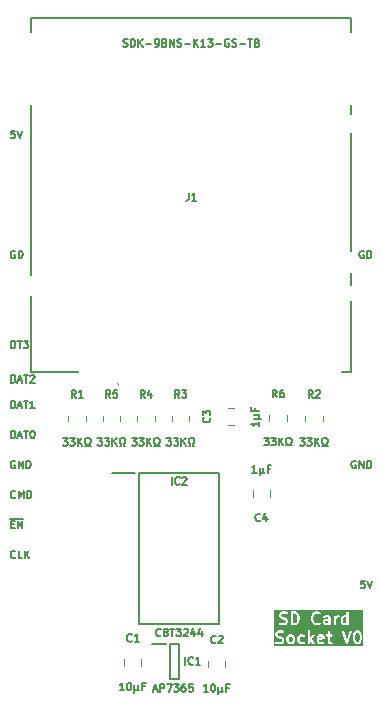
<source format=gto>
%TF.GenerationSoftware,KiCad,Pcbnew,8.0.7*%
%TF.CreationDate,2025-01-27T12:23:13+02:00*%
%TF.ProjectId,SD Card Full Socket,53442043-6172-4642-9046-756c6c20536f,V1*%
%TF.SameCoordinates,Original*%
%TF.FileFunction,Legend,Top*%
%TF.FilePolarity,Positive*%
%FSLAX46Y46*%
G04 Gerber Fmt 4.6, Leading zero omitted, Abs format (unit mm)*
G04 Created by KiCad (PCBNEW 8.0.7) date 2025-01-27 12:23:13*
%MOMM*%
%LPD*%
G01*
G04 APERTURE LIST*
%ADD10C,0.150000*%
%ADD11C,0.200000*%
%ADD12C,0.120000*%
%ADD13C,0.100000*%
G04 APERTURE END LIST*
D10*
X31119125Y-14921201D02*
X31058649Y-14890963D01*
X31058649Y-14890963D02*
X30967935Y-14890963D01*
X30967935Y-14890963D02*
X30877220Y-14921201D01*
X30877220Y-14921201D02*
X30816744Y-14981677D01*
X30816744Y-14981677D02*
X30786506Y-15042153D01*
X30786506Y-15042153D02*
X30756268Y-15163105D01*
X30756268Y-15163105D02*
X30756268Y-15253820D01*
X30756268Y-15253820D02*
X30786506Y-15374772D01*
X30786506Y-15374772D02*
X30816744Y-15435248D01*
X30816744Y-15435248D02*
X30877220Y-15495725D01*
X30877220Y-15495725D02*
X30967935Y-15525963D01*
X30967935Y-15525963D02*
X31028411Y-15525963D01*
X31028411Y-15525963D02*
X31119125Y-15495725D01*
X31119125Y-15495725D02*
X31149363Y-15465486D01*
X31149363Y-15465486D02*
X31149363Y-15253820D01*
X31149363Y-15253820D02*
X31028411Y-15253820D01*
X31421506Y-15525963D02*
X31421506Y-14890963D01*
X31421506Y-14890963D02*
X31572696Y-14890963D01*
X31572696Y-14890963D02*
X31663411Y-14921201D01*
X31663411Y-14921201D02*
X31723887Y-14981677D01*
X31723887Y-14981677D02*
X31754125Y-15042153D01*
X31754125Y-15042153D02*
X31784363Y-15163105D01*
X31784363Y-15163105D02*
X31784363Y-15253820D01*
X31784363Y-15253820D02*
X31754125Y-15374772D01*
X31754125Y-15374772D02*
X31723887Y-15435248D01*
X31723887Y-15435248D02*
X31663411Y-15495725D01*
X31663411Y-15495725D02*
X31572696Y-15525963D01*
X31572696Y-15525963D02*
X31421506Y-15525963D01*
X30453887Y-32701201D02*
X30393411Y-32670963D01*
X30393411Y-32670963D02*
X30302697Y-32670963D01*
X30302697Y-32670963D02*
X30211982Y-32701201D01*
X30211982Y-32701201D02*
X30151506Y-32761677D01*
X30151506Y-32761677D02*
X30121268Y-32822153D01*
X30121268Y-32822153D02*
X30091030Y-32943105D01*
X30091030Y-32943105D02*
X30091030Y-33033820D01*
X30091030Y-33033820D02*
X30121268Y-33154772D01*
X30121268Y-33154772D02*
X30151506Y-33215248D01*
X30151506Y-33215248D02*
X30211982Y-33275725D01*
X30211982Y-33275725D02*
X30302697Y-33305963D01*
X30302697Y-33305963D02*
X30363173Y-33305963D01*
X30363173Y-33305963D02*
X30453887Y-33275725D01*
X30453887Y-33275725D02*
X30484125Y-33245486D01*
X30484125Y-33245486D02*
X30484125Y-33033820D01*
X30484125Y-33033820D02*
X30363173Y-33033820D01*
X30756268Y-33305963D02*
X30756268Y-32670963D01*
X30756268Y-32670963D02*
X31119125Y-33305963D01*
X31119125Y-33305963D02*
X31119125Y-32670963D01*
X31421506Y-33305963D02*
X31421506Y-32670963D01*
X31421506Y-32670963D02*
X31572696Y-32670963D01*
X31572696Y-32670963D02*
X31663411Y-32701201D01*
X31663411Y-32701201D02*
X31723887Y-32761677D01*
X31723887Y-32761677D02*
X31754125Y-32822153D01*
X31754125Y-32822153D02*
X31784363Y-32943105D01*
X31784363Y-32943105D02*
X31784363Y-33033820D01*
X31784363Y-33033820D02*
X31754125Y-33154772D01*
X31754125Y-33154772D02*
X31723887Y-33215248D01*
X31723887Y-33215248D02*
X31663411Y-33275725D01*
X31663411Y-33275725D02*
X31572696Y-33305963D01*
X31572696Y-33305963D02*
X31421506Y-33305963D01*
X31209839Y-42830963D02*
X30907458Y-42830963D01*
X30907458Y-42830963D02*
X30877220Y-43133344D01*
X30877220Y-43133344D02*
X30907458Y-43103105D01*
X30907458Y-43103105D02*
X30967934Y-43072867D01*
X30967934Y-43072867D02*
X31119125Y-43072867D01*
X31119125Y-43072867D02*
X31179601Y-43103105D01*
X31179601Y-43103105D02*
X31209839Y-43133344D01*
X31209839Y-43133344D02*
X31240077Y-43193820D01*
X31240077Y-43193820D02*
X31240077Y-43345010D01*
X31240077Y-43345010D02*
X31209839Y-43405486D01*
X31209839Y-43405486D02*
X31179601Y-43435725D01*
X31179601Y-43435725D02*
X31119125Y-43465963D01*
X31119125Y-43465963D02*
X30967934Y-43465963D01*
X30967934Y-43465963D02*
X30907458Y-43435725D01*
X30907458Y-43435725D02*
X30877220Y-43405486D01*
X31421506Y-42830963D02*
X31633172Y-43465963D01*
X31633172Y-43465963D02*
X31844839Y-42830963D01*
D11*
G36*
X25055287Y-47590357D02*
G01*
X25079956Y-47615025D01*
X25109761Y-47674635D01*
X25109761Y-47913135D01*
X25079956Y-47972743D01*
X25055287Y-47997413D01*
X24995678Y-48027219D01*
X24900035Y-48027219D01*
X24840425Y-47997414D01*
X24815758Y-47972746D01*
X24785952Y-47913134D01*
X24785952Y-47674635D01*
X24815757Y-47615025D01*
X24840425Y-47590356D01*
X24900035Y-47560552D01*
X24995678Y-47560552D01*
X25055287Y-47590357D01*
G37*
G36*
X27611416Y-47582707D02*
G01*
X27628866Y-47617607D01*
X27357381Y-47671904D01*
X27357381Y-47627016D01*
X27379536Y-47582706D01*
X27423845Y-47560552D01*
X27567107Y-47560552D01*
X27611416Y-47582707D01*
G37*
G36*
X30674336Y-47257024D02*
G01*
X30699005Y-47281692D01*
X30734458Y-47352599D01*
X30776429Y-47520480D01*
X30776429Y-47733956D01*
X30734458Y-47901837D01*
X30699005Y-47972743D01*
X30674336Y-47997413D01*
X30614727Y-48027219D01*
X30566703Y-48027219D01*
X30507093Y-47997414D01*
X30482426Y-47972746D01*
X30446971Y-47901837D01*
X30405001Y-47733956D01*
X30405001Y-47520481D01*
X30446971Y-47352599D01*
X30482425Y-47281692D01*
X30507093Y-47257023D01*
X30566703Y-47227219D01*
X30614727Y-47227219D01*
X30674336Y-47257024D01*
G37*
G36*
X25370027Y-45652296D02*
G01*
X25437100Y-45719369D01*
X25472552Y-45790274D01*
X25514523Y-45958155D01*
X25514523Y-46076393D01*
X25472552Y-46244274D01*
X25437099Y-46315180D01*
X25370028Y-46382253D01*
X25264963Y-46417275D01*
X25143095Y-46417275D01*
X25143095Y-45617275D01*
X25264963Y-45617275D01*
X25370027Y-45652296D01*
G37*
G36*
X28133571Y-46407852D02*
G01*
X28114726Y-46417275D01*
X27923845Y-46417275D01*
X27879535Y-46395120D01*
X27857381Y-46350810D01*
X27857381Y-46302786D01*
X27879536Y-46258476D01*
X27923845Y-46236322D01*
X28133571Y-46236322D01*
X28133571Y-46407852D01*
G37*
G36*
X29657381Y-45960030D02*
G01*
X29657381Y-46407852D01*
X29638536Y-46417275D01*
X29495274Y-46417275D01*
X29435664Y-46387470D01*
X29410997Y-46362802D01*
X29381191Y-46303190D01*
X29381191Y-46064691D01*
X29410996Y-46005081D01*
X29435664Y-45980412D01*
X29495274Y-45950608D01*
X29638536Y-45950608D01*
X29657381Y-45960030D01*
G37*
G36*
X31087540Y-48338330D02*
G01*
X23522460Y-48338330D01*
X23522460Y-47317695D01*
X23633571Y-47317695D01*
X23633571Y-47412933D01*
X23635492Y-47432442D01*
X23636867Y-47435762D01*
X23637122Y-47439346D01*
X23644128Y-47457654D01*
X23691747Y-47552892D01*
X23697032Y-47561288D01*
X23698043Y-47563728D01*
X23700296Y-47566474D01*
X23702190Y-47569482D01*
X23704184Y-47571211D01*
X23710479Y-47578882D01*
X23758098Y-47626500D01*
X23765764Y-47632792D01*
X23767497Y-47634790D01*
X23770505Y-47636683D01*
X23773251Y-47638937D01*
X23775691Y-47639947D01*
X23784088Y-47645233D01*
X23879325Y-47692852D01*
X23880753Y-47693398D01*
X23881333Y-47693828D01*
X23889509Y-47696749D01*
X23897634Y-47699858D01*
X23898354Y-47699909D01*
X23899793Y-47700423D01*
X24079618Y-47745379D01*
X24150525Y-47780833D01*
X24175194Y-47805501D01*
X24204999Y-47865111D01*
X24204999Y-47913135D01*
X24175194Y-47972743D01*
X24150525Y-47997413D01*
X24090916Y-48027219D01*
X23892654Y-48027219D01*
X23765194Y-47984732D01*
X23746078Y-47980385D01*
X23707158Y-47983151D01*
X23672259Y-48000601D01*
X23646694Y-48030077D01*
X23634356Y-48067093D01*
X23637122Y-48106013D01*
X23654572Y-48140912D01*
X23684048Y-48166477D01*
X23701948Y-48174468D01*
X23844805Y-48222087D01*
X23854477Y-48224286D01*
X23856919Y-48225298D01*
X23860456Y-48225646D01*
X23863920Y-48226434D01*
X23866554Y-48226246D01*
X23876428Y-48227219D01*
X24114523Y-48227219D01*
X24134032Y-48225298D01*
X24137352Y-48223922D01*
X24140936Y-48223668D01*
X24159244Y-48216662D01*
X24254482Y-48169043D01*
X24262877Y-48163758D01*
X24265319Y-48162747D01*
X24268066Y-48160491D01*
X24271072Y-48158600D01*
X24272802Y-48156605D01*
X24280472Y-48150310D01*
X24328091Y-48102690D01*
X24334383Y-48095023D01*
X24336380Y-48093292D01*
X24338273Y-48090284D01*
X24340528Y-48087537D01*
X24341539Y-48085095D01*
X24346823Y-48076701D01*
X24394442Y-47981464D01*
X24401448Y-47963155D01*
X24401702Y-47959571D01*
X24403078Y-47956251D01*
X24404999Y-47936742D01*
X24404999Y-47841504D01*
X24403078Y-47821995D01*
X24401702Y-47818674D01*
X24401448Y-47815091D01*
X24394442Y-47796782D01*
X24346823Y-47701545D01*
X24341537Y-47693148D01*
X24340527Y-47690708D01*
X24338273Y-47687962D01*
X24336380Y-47684954D01*
X24334382Y-47683221D01*
X24328090Y-47675555D01*
X24303564Y-47651028D01*
X24585952Y-47651028D01*
X24585952Y-47936742D01*
X24587873Y-47956251D01*
X24589248Y-47959571D01*
X24589503Y-47963155D01*
X24596509Y-47981463D01*
X24644128Y-48076701D01*
X24649411Y-48085093D01*
X24650423Y-48087537D01*
X24652679Y-48090286D01*
X24654571Y-48093291D01*
X24656565Y-48095020D01*
X24662860Y-48102690D01*
X24710478Y-48150310D01*
X24718146Y-48156603D01*
X24719878Y-48158600D01*
X24722886Y-48160493D01*
X24725632Y-48162747D01*
X24728072Y-48163757D01*
X24736469Y-48169043D01*
X24831706Y-48216662D01*
X24850015Y-48223668D01*
X24853598Y-48223922D01*
X24856919Y-48225298D01*
X24876428Y-48227219D01*
X25019285Y-48227219D01*
X25038794Y-48225298D01*
X25042114Y-48223922D01*
X25045698Y-48223668D01*
X25064006Y-48216662D01*
X25159244Y-48169043D01*
X25167639Y-48163758D01*
X25170081Y-48162747D01*
X25172828Y-48160491D01*
X25175834Y-48158600D01*
X25177564Y-48156605D01*
X25185234Y-48150310D01*
X25232853Y-48102690D01*
X25239145Y-48095023D01*
X25241142Y-48093292D01*
X25243035Y-48090284D01*
X25245290Y-48087537D01*
X25246301Y-48085095D01*
X25251585Y-48076701D01*
X25299204Y-47981464D01*
X25306210Y-47963155D01*
X25306464Y-47959571D01*
X25307840Y-47956251D01*
X25309761Y-47936742D01*
X25309761Y-47651028D01*
X25490714Y-47651028D01*
X25490714Y-47936742D01*
X25492635Y-47956251D01*
X25494010Y-47959571D01*
X25494265Y-47963155D01*
X25501271Y-47981463D01*
X25548890Y-48076701D01*
X25554173Y-48085093D01*
X25555185Y-48087537D01*
X25557441Y-48090286D01*
X25559333Y-48093291D01*
X25561327Y-48095020D01*
X25567622Y-48102690D01*
X25615240Y-48150310D01*
X25622908Y-48156603D01*
X25624640Y-48158600D01*
X25627648Y-48160493D01*
X25630394Y-48162747D01*
X25632834Y-48163757D01*
X25641231Y-48169043D01*
X25736468Y-48216662D01*
X25754777Y-48223668D01*
X25758360Y-48223922D01*
X25761681Y-48225298D01*
X25781190Y-48227219D01*
X25971666Y-48227219D01*
X25991175Y-48225298D01*
X25994495Y-48223922D01*
X25998079Y-48223668D01*
X26016387Y-48216662D01*
X26111625Y-48169043D01*
X26128215Y-48158600D01*
X26153780Y-48129123D01*
X26166118Y-48092107D01*
X26163353Y-48053187D01*
X26145904Y-48018289D01*
X26116427Y-47992724D01*
X26079411Y-47980385D01*
X26040491Y-47983151D01*
X26022182Y-47990157D01*
X25948059Y-48027219D01*
X25804797Y-48027219D01*
X25745187Y-47997414D01*
X25720520Y-47972746D01*
X25690714Y-47913134D01*
X25690714Y-47674635D01*
X25720519Y-47615025D01*
X25745187Y-47590356D01*
X25804797Y-47560552D01*
X25948059Y-47560552D01*
X26022182Y-47597614D01*
X26040491Y-47604620D01*
X26079411Y-47607386D01*
X26116427Y-47595047D01*
X26145904Y-47569482D01*
X26163353Y-47534584D01*
X26166118Y-47495664D01*
X26153780Y-47458648D01*
X26128215Y-47429171D01*
X26111625Y-47418728D01*
X26016387Y-47371109D01*
X25998079Y-47364103D01*
X25994495Y-47363848D01*
X25991175Y-47362473D01*
X25971666Y-47360552D01*
X25781190Y-47360552D01*
X25761681Y-47362473D01*
X25758360Y-47363848D01*
X25754777Y-47364103D01*
X25736468Y-47371109D01*
X25641231Y-47418728D01*
X25632834Y-47424013D01*
X25630394Y-47425024D01*
X25627648Y-47427277D01*
X25624640Y-47429171D01*
X25622907Y-47431168D01*
X25615241Y-47437461D01*
X25567622Y-47485079D01*
X25561327Y-47492749D01*
X25559333Y-47494479D01*
X25557439Y-47497486D01*
X25555186Y-47500233D01*
X25554175Y-47502672D01*
X25548890Y-47511069D01*
X25501271Y-47606307D01*
X25494265Y-47624615D01*
X25494010Y-47628198D01*
X25492635Y-47631519D01*
X25490714Y-47651028D01*
X25309761Y-47651028D01*
X25307840Y-47631519D01*
X25306464Y-47628198D01*
X25306210Y-47624615D01*
X25299204Y-47606306D01*
X25251585Y-47511069D01*
X25246299Y-47502672D01*
X25245289Y-47500232D01*
X25243035Y-47497486D01*
X25241142Y-47494478D01*
X25239144Y-47492745D01*
X25232852Y-47485079D01*
X25185234Y-47437460D01*
X25177563Y-47431165D01*
X25175834Y-47429171D01*
X25172826Y-47427277D01*
X25170080Y-47425024D01*
X25167640Y-47424013D01*
X25159244Y-47418728D01*
X25064006Y-47371109D01*
X25045698Y-47364103D01*
X25042114Y-47363848D01*
X25038794Y-47362473D01*
X25019285Y-47360552D01*
X24876428Y-47360552D01*
X24856919Y-47362473D01*
X24853598Y-47363848D01*
X24850015Y-47364103D01*
X24831706Y-47371109D01*
X24736469Y-47418728D01*
X24728072Y-47424013D01*
X24725632Y-47425024D01*
X24722886Y-47427277D01*
X24719878Y-47429171D01*
X24718145Y-47431168D01*
X24710479Y-47437461D01*
X24662860Y-47485079D01*
X24656565Y-47492749D01*
X24654571Y-47494479D01*
X24652677Y-47497486D01*
X24650424Y-47500233D01*
X24649413Y-47502672D01*
X24644128Y-47511069D01*
X24596509Y-47606307D01*
X24589503Y-47624615D01*
X24589248Y-47628198D01*
X24587873Y-47631519D01*
X24585952Y-47651028D01*
X24303564Y-47651028D01*
X24280472Y-47627936D01*
X24272801Y-47621641D01*
X24271072Y-47619647D01*
X24268064Y-47617753D01*
X24265318Y-47615500D01*
X24262878Y-47614489D01*
X24254482Y-47609204D01*
X24159244Y-47561585D01*
X24157817Y-47561039D01*
X24157237Y-47560609D01*
X24149060Y-47557687D01*
X24140936Y-47554579D01*
X24140213Y-47554527D01*
X24138776Y-47554014D01*
X23958951Y-47509057D01*
X23888044Y-47473604D01*
X23863376Y-47448935D01*
X23833571Y-47389325D01*
X23833571Y-47341302D01*
X23863376Y-47281692D01*
X23888044Y-47257023D01*
X23947654Y-47227219D01*
X24145915Y-47227219D01*
X24273376Y-47269706D01*
X24292491Y-47274053D01*
X24331411Y-47271287D01*
X24366310Y-47253837D01*
X24391875Y-47224361D01*
X24404214Y-47187345D01*
X24401447Y-47148425D01*
X24390844Y-47127219D01*
X26395476Y-47127219D01*
X26395476Y-48127219D01*
X26397397Y-48146728D01*
X26412329Y-48182776D01*
X26439919Y-48210366D01*
X26475967Y-48225298D01*
X26514985Y-48225298D01*
X26551033Y-48210366D01*
X26578623Y-48182776D01*
X26593555Y-48146728D01*
X26595476Y-48127219D01*
X26595476Y-47919282D01*
X26796428Y-48187219D01*
X26809670Y-48201674D01*
X26843245Y-48221553D01*
X26881871Y-48227071D01*
X26919668Y-48217388D01*
X26950883Y-48193977D01*
X26970762Y-48160403D01*
X26976280Y-48121777D01*
X26966597Y-48083979D01*
X26956428Y-48067219D01*
X26722751Y-47755649D01*
X26874992Y-47603409D01*
X27157381Y-47603409D01*
X27157381Y-47984361D01*
X27159302Y-48003870D01*
X27160677Y-48007190D01*
X27160932Y-48010773D01*
X27167938Y-48029082D01*
X27215557Y-48124321D01*
X27217610Y-48127584D01*
X27218124Y-48129123D01*
X27219786Y-48131039D01*
X27226000Y-48140911D01*
X27235471Y-48149125D01*
X27243688Y-48158600D01*
X27253558Y-48164812D01*
X27255476Y-48166476D01*
X27257016Y-48166989D01*
X27260279Y-48169043D01*
X27355516Y-48216662D01*
X27373825Y-48223668D01*
X27377408Y-48223922D01*
X27380729Y-48225298D01*
X27400238Y-48227219D01*
X27590714Y-48227219D01*
X27610223Y-48225298D01*
X27613543Y-48223922D01*
X27617127Y-48223668D01*
X27635435Y-48216662D01*
X27730673Y-48169043D01*
X27747263Y-48158600D01*
X27772828Y-48129123D01*
X27785166Y-48092107D01*
X27782401Y-48053187D01*
X27764952Y-48018289D01*
X27735475Y-47992724D01*
X27698459Y-47980385D01*
X27659539Y-47983151D01*
X27641230Y-47990157D01*
X27567107Y-48027219D01*
X27423845Y-48027219D01*
X27379535Y-48005064D01*
X27357381Y-47960754D01*
X27357381Y-47875865D01*
X27753077Y-47796726D01*
X27753080Y-47796726D01*
X27753082Y-47796724D01*
X27753182Y-47796705D01*
X27771936Y-47790995D01*
X27780076Y-47785543D01*
X27789128Y-47781794D01*
X27796129Y-47774792D01*
X27804355Y-47769284D01*
X27809789Y-47761132D01*
X27816718Y-47754204D01*
X27820507Y-47745056D01*
X27825999Y-47736819D01*
X27827900Y-47727208D01*
X27831650Y-47718156D01*
X27833571Y-47698647D01*
X27833571Y-47603409D01*
X27831650Y-47583900D01*
X27830274Y-47580579D01*
X27830020Y-47576996D01*
X27823014Y-47558687D01*
X27775395Y-47463450D01*
X27773340Y-47460186D01*
X27772828Y-47458648D01*
X27771166Y-47456732D01*
X27764952Y-47446859D01*
X27758246Y-47441043D01*
X27921207Y-47441043D01*
X27921207Y-47480061D01*
X27936139Y-47516109D01*
X27963729Y-47543699D01*
X27999777Y-47558631D01*
X28019286Y-47560552D01*
X28062143Y-47560552D01*
X28062143Y-47984361D01*
X28064064Y-48003870D01*
X28065439Y-48007190D01*
X28065694Y-48010773D01*
X28072700Y-48029082D01*
X28120319Y-48124321D01*
X28122372Y-48127584D01*
X28122886Y-48129123D01*
X28124548Y-48131039D01*
X28130762Y-48140911D01*
X28140233Y-48149125D01*
X28148450Y-48158600D01*
X28158320Y-48164812D01*
X28160238Y-48166476D01*
X28161778Y-48166989D01*
X28165041Y-48169043D01*
X28260278Y-48216662D01*
X28278587Y-48223668D01*
X28282170Y-48223922D01*
X28285491Y-48225298D01*
X28305000Y-48227219D01*
X28400238Y-48227219D01*
X28419747Y-48225298D01*
X28455795Y-48210366D01*
X28483385Y-48182776D01*
X28498317Y-48146728D01*
X28498317Y-48107710D01*
X28483385Y-48071662D01*
X28455795Y-48044072D01*
X28419747Y-48029140D01*
X28400238Y-48027219D01*
X28328607Y-48027219D01*
X28284297Y-48005064D01*
X28262143Y-47960754D01*
X28262143Y-47560552D01*
X28400238Y-47560552D01*
X28419747Y-47558631D01*
X28455795Y-47543699D01*
X28483385Y-47516109D01*
X28498317Y-47480061D01*
X28498317Y-47441043D01*
X28483385Y-47404995D01*
X28455795Y-47377405D01*
X28419747Y-47362473D01*
X28400238Y-47360552D01*
X28262143Y-47360552D01*
X28262143Y-47139726D01*
X29253405Y-47139726D01*
X29257752Y-47158842D01*
X29591085Y-48158841D01*
X29599076Y-48176742D01*
X29603759Y-48182141D01*
X29606954Y-48188531D01*
X29616425Y-48196746D01*
X29624641Y-48206218D01*
X29631029Y-48209412D01*
X29636430Y-48214096D01*
X29648331Y-48218063D01*
X29659540Y-48223667D01*
X29666664Y-48224173D01*
X29673446Y-48226434D01*
X29685955Y-48225544D01*
X29698460Y-48226434D01*
X29705238Y-48224174D01*
X29712366Y-48223668D01*
X29723582Y-48218059D01*
X29735476Y-48214095D01*
X29740873Y-48209414D01*
X29747265Y-48206218D01*
X29755483Y-48196742D01*
X29764952Y-48188530D01*
X29768145Y-48182143D01*
X29772830Y-48176742D01*
X29780821Y-48158842D01*
X29997711Y-47508171D01*
X30205001Y-47508171D01*
X30205001Y-47746266D01*
X30205336Y-47749668D01*
X30205119Y-47751127D01*
X30206198Y-47758424D01*
X30206922Y-47765775D01*
X30207486Y-47767138D01*
X30207987Y-47770520D01*
X30255606Y-47960995D01*
X30256119Y-47962432D01*
X30256171Y-47963155D01*
X30259279Y-47971279D01*
X30262201Y-47979456D01*
X30262631Y-47980036D01*
X30263177Y-47981463D01*
X30310796Y-48076701D01*
X30316079Y-48085093D01*
X30317091Y-48087537D01*
X30319347Y-48090286D01*
X30321239Y-48093291D01*
X30323233Y-48095020D01*
X30329528Y-48102690D01*
X30377146Y-48150310D01*
X30384814Y-48156603D01*
X30386546Y-48158600D01*
X30389554Y-48160493D01*
X30392300Y-48162747D01*
X30394740Y-48163757D01*
X30403137Y-48169043D01*
X30498374Y-48216662D01*
X30516683Y-48223668D01*
X30520266Y-48223922D01*
X30523587Y-48225298D01*
X30543096Y-48227219D01*
X30638334Y-48227219D01*
X30657843Y-48225298D01*
X30661163Y-48223922D01*
X30664747Y-48223668D01*
X30683055Y-48216662D01*
X30778293Y-48169043D01*
X30786688Y-48163758D01*
X30789130Y-48162747D01*
X30791877Y-48160491D01*
X30794883Y-48158600D01*
X30796613Y-48156605D01*
X30804283Y-48150310D01*
X30851902Y-48102690D01*
X30858194Y-48095023D01*
X30860191Y-48093292D01*
X30862084Y-48090284D01*
X30864339Y-48087537D01*
X30865350Y-48085095D01*
X30870634Y-48076701D01*
X30918253Y-47981464D01*
X30918799Y-47980035D01*
X30919229Y-47979456D01*
X30922150Y-47971279D01*
X30925259Y-47963155D01*
X30925310Y-47962434D01*
X30925824Y-47960996D01*
X30973443Y-47770520D01*
X30973943Y-47767138D01*
X30974508Y-47765775D01*
X30975231Y-47758424D01*
X30976311Y-47751127D01*
X30976093Y-47749668D01*
X30976429Y-47746266D01*
X30976429Y-47508171D01*
X30976093Y-47504768D01*
X30976311Y-47503310D01*
X30975231Y-47496012D01*
X30974508Y-47488662D01*
X30973943Y-47487298D01*
X30973443Y-47483917D01*
X30925824Y-47293441D01*
X30925310Y-47292002D01*
X30925259Y-47291282D01*
X30922150Y-47283157D01*
X30919229Y-47274981D01*
X30918799Y-47274401D01*
X30918253Y-47272973D01*
X30870634Y-47177736D01*
X30865348Y-47169339D01*
X30864338Y-47166899D01*
X30862084Y-47164153D01*
X30860191Y-47161145D01*
X30858193Y-47159412D01*
X30851901Y-47151746D01*
X30804283Y-47104127D01*
X30796612Y-47097832D01*
X30794883Y-47095838D01*
X30791875Y-47093944D01*
X30789129Y-47091691D01*
X30786689Y-47090680D01*
X30778293Y-47085395D01*
X30683055Y-47037776D01*
X30664747Y-47030770D01*
X30661163Y-47030515D01*
X30657843Y-47029140D01*
X30638334Y-47027219D01*
X30543096Y-47027219D01*
X30523587Y-47029140D01*
X30520266Y-47030515D01*
X30516683Y-47030770D01*
X30498374Y-47037776D01*
X30403137Y-47085395D01*
X30394740Y-47090680D01*
X30392300Y-47091691D01*
X30389554Y-47093944D01*
X30386546Y-47095838D01*
X30384813Y-47097835D01*
X30377147Y-47104128D01*
X30329528Y-47151746D01*
X30323233Y-47159416D01*
X30321239Y-47161146D01*
X30319345Y-47164153D01*
X30317092Y-47166900D01*
X30316081Y-47169339D01*
X30310796Y-47177736D01*
X30263177Y-47272974D01*
X30262631Y-47274400D01*
X30262201Y-47274981D01*
X30259279Y-47283157D01*
X30256171Y-47291282D01*
X30256119Y-47292004D01*
X30255606Y-47293442D01*
X30207987Y-47483917D01*
X30207486Y-47487298D01*
X30206922Y-47488662D01*
X30206198Y-47496012D01*
X30205119Y-47503310D01*
X30205336Y-47504768D01*
X30205001Y-47508171D01*
X29997711Y-47508171D01*
X30114154Y-47158842D01*
X30118501Y-47139727D01*
X30115735Y-47100807D01*
X30098285Y-47065908D01*
X30068809Y-47040343D01*
X30031793Y-47028004D01*
X29992873Y-47030771D01*
X29957974Y-47048220D01*
X29932409Y-47077696D01*
X29924418Y-47095597D01*
X29685953Y-47810991D01*
X29447488Y-47095596D01*
X29439497Y-47077696D01*
X29413932Y-47048220D01*
X29379033Y-47030770D01*
X29340113Y-47028004D01*
X29303097Y-47040342D01*
X29273621Y-47065907D01*
X29256171Y-47100806D01*
X29253405Y-47139726D01*
X28262143Y-47139726D01*
X28262143Y-47127219D01*
X28260222Y-47107710D01*
X28245290Y-47071662D01*
X28217700Y-47044072D01*
X28181652Y-47029140D01*
X28142634Y-47029140D01*
X28106586Y-47044072D01*
X28078996Y-47071662D01*
X28064064Y-47107710D01*
X28062143Y-47127219D01*
X28062143Y-47360552D01*
X28019286Y-47360552D01*
X27999777Y-47362473D01*
X27963729Y-47377405D01*
X27936139Y-47404995D01*
X27921207Y-47441043D01*
X27758246Y-47441043D01*
X27755476Y-47438641D01*
X27747263Y-47429171D01*
X27737391Y-47422957D01*
X27735475Y-47421295D01*
X27733936Y-47420781D01*
X27730673Y-47418728D01*
X27635435Y-47371109D01*
X27617127Y-47364103D01*
X27613543Y-47363848D01*
X27610223Y-47362473D01*
X27590714Y-47360552D01*
X27400238Y-47360552D01*
X27380729Y-47362473D01*
X27377408Y-47363848D01*
X27373825Y-47364103D01*
X27355516Y-47371109D01*
X27260279Y-47418728D01*
X27257015Y-47420782D01*
X27255477Y-47421295D01*
X27253561Y-47422956D01*
X27243688Y-47429171D01*
X27235470Y-47438646D01*
X27226000Y-47446860D01*
X27219786Y-47456731D01*
X27218124Y-47458648D01*
X27217610Y-47460186D01*
X27215557Y-47463450D01*
X27167938Y-47558688D01*
X27160932Y-47576996D01*
X27160677Y-47580579D01*
X27159302Y-47583900D01*
X27157381Y-47603409D01*
X26874992Y-47603409D01*
X26947138Y-47531263D01*
X26959575Y-47516110D01*
X26974506Y-47480061D01*
X26974506Y-47441043D01*
X26959575Y-47404995D01*
X26931985Y-47377405D01*
X26895937Y-47362474D01*
X26856919Y-47362474D01*
X26820870Y-47377405D01*
X26805717Y-47389842D01*
X26595476Y-47600082D01*
X26595476Y-47127219D01*
X26593555Y-47107710D01*
X26578623Y-47071662D01*
X26551033Y-47044072D01*
X26514985Y-47029140D01*
X26475967Y-47029140D01*
X26439919Y-47044072D01*
X26412329Y-47071662D01*
X26397397Y-47107710D01*
X26395476Y-47127219D01*
X24390844Y-47127219D01*
X24383998Y-47113526D01*
X24354522Y-47087961D01*
X24336621Y-47079970D01*
X24193765Y-47032351D01*
X24184093Y-47030151D01*
X24181651Y-47029140D01*
X24178112Y-47028791D01*
X24174649Y-47028004D01*
X24172015Y-47028191D01*
X24162142Y-47027219D01*
X23924047Y-47027219D01*
X23904538Y-47029140D01*
X23901217Y-47030515D01*
X23897634Y-47030770D01*
X23879325Y-47037776D01*
X23784088Y-47085395D01*
X23775691Y-47090680D01*
X23773251Y-47091691D01*
X23770505Y-47093944D01*
X23767497Y-47095838D01*
X23765764Y-47097835D01*
X23758098Y-47104128D01*
X23710479Y-47151746D01*
X23704184Y-47159416D01*
X23702190Y-47161146D01*
X23700296Y-47164153D01*
X23698043Y-47166900D01*
X23697032Y-47169339D01*
X23691747Y-47177736D01*
X23644128Y-47272974D01*
X23637122Y-47291282D01*
X23636867Y-47294865D01*
X23635492Y-47298186D01*
X23633571Y-47317695D01*
X23522460Y-47317695D01*
X23522460Y-45707751D01*
X23943095Y-45707751D01*
X23943095Y-45802989D01*
X23945016Y-45822498D01*
X23946391Y-45825818D01*
X23946646Y-45829402D01*
X23953652Y-45847710D01*
X24001271Y-45942948D01*
X24006556Y-45951344D01*
X24007567Y-45953784D01*
X24009820Y-45956530D01*
X24011714Y-45959538D01*
X24013708Y-45961267D01*
X24020003Y-45968938D01*
X24067622Y-46016556D01*
X24075288Y-46022848D01*
X24077021Y-46024846D01*
X24080029Y-46026739D01*
X24082775Y-46028993D01*
X24085215Y-46030003D01*
X24093612Y-46035289D01*
X24188849Y-46082908D01*
X24190277Y-46083454D01*
X24190857Y-46083884D01*
X24199033Y-46086805D01*
X24207158Y-46089914D01*
X24207878Y-46089965D01*
X24209317Y-46090479D01*
X24389142Y-46135435D01*
X24460049Y-46170889D01*
X24484718Y-46195557D01*
X24514523Y-46255167D01*
X24514523Y-46303191D01*
X24484718Y-46362799D01*
X24460049Y-46387469D01*
X24400440Y-46417275D01*
X24202178Y-46417275D01*
X24074718Y-46374788D01*
X24055602Y-46370441D01*
X24016682Y-46373207D01*
X23981783Y-46390657D01*
X23956218Y-46420133D01*
X23943880Y-46457149D01*
X23946646Y-46496069D01*
X23964096Y-46530968D01*
X23993572Y-46556533D01*
X24011472Y-46564524D01*
X24154329Y-46612143D01*
X24164001Y-46614342D01*
X24166443Y-46615354D01*
X24169980Y-46615702D01*
X24173444Y-46616490D01*
X24176078Y-46616302D01*
X24185952Y-46617275D01*
X24424047Y-46617275D01*
X24443556Y-46615354D01*
X24446876Y-46613978D01*
X24450460Y-46613724D01*
X24468768Y-46606718D01*
X24564006Y-46559099D01*
X24572401Y-46553814D01*
X24574843Y-46552803D01*
X24577590Y-46550547D01*
X24580596Y-46548656D01*
X24582326Y-46546661D01*
X24589996Y-46540366D01*
X24637615Y-46492746D01*
X24643907Y-46485079D01*
X24645904Y-46483348D01*
X24647797Y-46480340D01*
X24650052Y-46477593D01*
X24651063Y-46475151D01*
X24656347Y-46466757D01*
X24703966Y-46371520D01*
X24710972Y-46353211D01*
X24711226Y-46349627D01*
X24712602Y-46346307D01*
X24714523Y-46326798D01*
X24714523Y-46231560D01*
X24712602Y-46212051D01*
X24711226Y-46208730D01*
X24710972Y-46205147D01*
X24703966Y-46186838D01*
X24656347Y-46091601D01*
X24651061Y-46083204D01*
X24650051Y-46080764D01*
X24647797Y-46078018D01*
X24645904Y-46075010D01*
X24643906Y-46073277D01*
X24637614Y-46065611D01*
X24589996Y-46017992D01*
X24582325Y-46011697D01*
X24580596Y-46009703D01*
X24577588Y-46007809D01*
X24574842Y-46005556D01*
X24572402Y-46004545D01*
X24564006Y-45999260D01*
X24468768Y-45951641D01*
X24467341Y-45951095D01*
X24466761Y-45950665D01*
X24458584Y-45947743D01*
X24450460Y-45944635D01*
X24449737Y-45944583D01*
X24448300Y-45944070D01*
X24268475Y-45899113D01*
X24197568Y-45863660D01*
X24172900Y-45838991D01*
X24143095Y-45779381D01*
X24143095Y-45731358D01*
X24172900Y-45671748D01*
X24197568Y-45647079D01*
X24257178Y-45617275D01*
X24455439Y-45617275D01*
X24582900Y-45659762D01*
X24602015Y-45664109D01*
X24640935Y-45661343D01*
X24675834Y-45643893D01*
X24701399Y-45614417D01*
X24713738Y-45577401D01*
X24710971Y-45538481D01*
X24700368Y-45517275D01*
X24943095Y-45517275D01*
X24943095Y-46517275D01*
X24945016Y-46536784D01*
X24959948Y-46572832D01*
X24987538Y-46600422D01*
X25023586Y-46615354D01*
X25043095Y-46617275D01*
X25281190Y-46617275D01*
X25291063Y-46616302D01*
X25293697Y-46616490D01*
X25297160Y-46615702D01*
X25300699Y-46615354D01*
X25303141Y-46614342D01*
X25312813Y-46612143D01*
X25455669Y-46564524D01*
X25473570Y-46556533D01*
X25476285Y-46554178D01*
X25479605Y-46552803D01*
X25494758Y-46540366D01*
X25589996Y-46445127D01*
X25596288Y-46437460D01*
X25598285Y-46435729D01*
X25600178Y-46432721D01*
X25602433Y-46429974D01*
X25603444Y-46427532D01*
X25608728Y-46419138D01*
X25656347Y-46323901D01*
X25656893Y-46322472D01*
X25657323Y-46321893D01*
X25660244Y-46313716D01*
X25663353Y-46305592D01*
X25663404Y-46304871D01*
X25663918Y-46303433D01*
X25711537Y-46112957D01*
X25712037Y-46109575D01*
X25712602Y-46108212D01*
X25713325Y-46100861D01*
X25714405Y-46093564D01*
X25714187Y-46092105D01*
X25714523Y-46088703D01*
X25714523Y-45945846D01*
X26657381Y-45945846D01*
X26657381Y-46088703D01*
X26657716Y-46092105D01*
X26657499Y-46093564D01*
X26658578Y-46100861D01*
X26659302Y-46108212D01*
X26659866Y-46109575D01*
X26660367Y-46112957D01*
X26707986Y-46303432D01*
X26708499Y-46304869D01*
X26708551Y-46305592D01*
X26711659Y-46313716D01*
X26714581Y-46321893D01*
X26715011Y-46322473D01*
X26715557Y-46323900D01*
X26763176Y-46419138D01*
X26768458Y-46427530D01*
X26769471Y-46429974D01*
X26771727Y-46432723D01*
X26773619Y-46435728D01*
X26775613Y-46437457D01*
X26781908Y-46445127D01*
X26877146Y-46540367D01*
X26892299Y-46552803D01*
X26895618Y-46554178D01*
X26898334Y-46556533D01*
X26916234Y-46564524D01*
X27059091Y-46612143D01*
X27068763Y-46614342D01*
X27071205Y-46615354D01*
X27074742Y-46615702D01*
X27078206Y-46616490D01*
X27080840Y-46616302D01*
X27090714Y-46617275D01*
X27185952Y-46617275D01*
X27195825Y-46616302D01*
X27198459Y-46616490D01*
X27201922Y-46615702D01*
X27205461Y-46615354D01*
X27207903Y-46614342D01*
X27217575Y-46612143D01*
X27360431Y-46564524D01*
X27378332Y-46556533D01*
X27381047Y-46554178D01*
X27384367Y-46552803D01*
X27399520Y-46540366D01*
X27447139Y-46492746D01*
X27459576Y-46477593D01*
X27474507Y-46441544D01*
X27474506Y-46402526D01*
X27459575Y-46366478D01*
X27431984Y-46338888D01*
X27395936Y-46323957D01*
X27356918Y-46323958D01*
X27320870Y-46338889D01*
X27305716Y-46351326D01*
X27274789Y-46382253D01*
X27169725Y-46417275D01*
X27106940Y-46417275D01*
X27001875Y-46382253D01*
X26934805Y-46315183D01*
X26916803Y-46279179D01*
X27657381Y-46279179D01*
X27657381Y-46374417D01*
X27659302Y-46393926D01*
X27660677Y-46397246D01*
X27660932Y-46400829D01*
X27667938Y-46419138D01*
X27715557Y-46514377D01*
X27717610Y-46517640D01*
X27718124Y-46519179D01*
X27719786Y-46521095D01*
X27726000Y-46530967D01*
X27735471Y-46539181D01*
X27743688Y-46548656D01*
X27753558Y-46554868D01*
X27755476Y-46556532D01*
X27757016Y-46557045D01*
X27760279Y-46559099D01*
X27855516Y-46606718D01*
X27873825Y-46613724D01*
X27877408Y-46613978D01*
X27880729Y-46615354D01*
X27900238Y-46617275D01*
X28138333Y-46617275D01*
X28157842Y-46615354D01*
X28161162Y-46613978D01*
X28164746Y-46613724D01*
X28183054Y-46606718D01*
X28187657Y-46604416D01*
X28214062Y-46615354D01*
X28253080Y-46615354D01*
X28289128Y-46600422D01*
X28316718Y-46572832D01*
X28331650Y-46536784D01*
X28333571Y-46517275D01*
X28333571Y-45993465D01*
X28331650Y-45973956D01*
X28330274Y-45970635D01*
X28330020Y-45967052D01*
X28323014Y-45948743D01*
X28275395Y-45853506D01*
X28273570Y-45850608D01*
X28609762Y-45850608D01*
X28609762Y-46517275D01*
X28611683Y-46536784D01*
X28626615Y-46572832D01*
X28654205Y-46600422D01*
X28690253Y-46615354D01*
X28729271Y-46615354D01*
X28765319Y-46600422D01*
X28792909Y-46572832D01*
X28807841Y-46536784D01*
X28809762Y-46517275D01*
X28809762Y-46064691D01*
X28821566Y-46041084D01*
X29181191Y-46041084D01*
X29181191Y-46326798D01*
X29183112Y-46346307D01*
X29184487Y-46349627D01*
X29184742Y-46353211D01*
X29191748Y-46371519D01*
X29239367Y-46466757D01*
X29244650Y-46475149D01*
X29245662Y-46477593D01*
X29247918Y-46480342D01*
X29249810Y-46483347D01*
X29251804Y-46485076D01*
X29258099Y-46492746D01*
X29305717Y-46540366D01*
X29313385Y-46546659D01*
X29315117Y-46548656D01*
X29318125Y-46550549D01*
X29320871Y-46552803D01*
X29323311Y-46553813D01*
X29331708Y-46559099D01*
X29426945Y-46606718D01*
X29445254Y-46613724D01*
X29448837Y-46613978D01*
X29452158Y-46615354D01*
X29471667Y-46617275D01*
X29662143Y-46617275D01*
X29681652Y-46615354D01*
X29684972Y-46613978D01*
X29688556Y-46613724D01*
X29706864Y-46606718D01*
X29711467Y-46604416D01*
X29737872Y-46615354D01*
X29776890Y-46615354D01*
X29812938Y-46600422D01*
X29840528Y-46572832D01*
X29855460Y-46536784D01*
X29857381Y-46517275D01*
X29857381Y-45517275D01*
X29855460Y-45497766D01*
X29840528Y-45461718D01*
X29812938Y-45434128D01*
X29776890Y-45419196D01*
X29737872Y-45419196D01*
X29701824Y-45434128D01*
X29674234Y-45461718D01*
X29659302Y-45497766D01*
X29657381Y-45517275D01*
X29657381Y-45750608D01*
X29471667Y-45750608D01*
X29452158Y-45752529D01*
X29448837Y-45753904D01*
X29445254Y-45754159D01*
X29426945Y-45761165D01*
X29331708Y-45808784D01*
X29323311Y-45814069D01*
X29320871Y-45815080D01*
X29318125Y-45817333D01*
X29315117Y-45819227D01*
X29313384Y-45821224D01*
X29305718Y-45827517D01*
X29258099Y-45875135D01*
X29251804Y-45882805D01*
X29249810Y-45884535D01*
X29247916Y-45887542D01*
X29245663Y-45890289D01*
X29244652Y-45892728D01*
X29239367Y-45901125D01*
X29191748Y-45996363D01*
X29184742Y-46014671D01*
X29184487Y-46018254D01*
X29183112Y-46021575D01*
X29181191Y-46041084D01*
X28821566Y-46041084D01*
X28839567Y-46005081D01*
X28864235Y-45980412D01*
X28923845Y-45950608D01*
X28995476Y-45950608D01*
X29014985Y-45948687D01*
X29051033Y-45933755D01*
X29078623Y-45906165D01*
X29093555Y-45870117D01*
X29093555Y-45831099D01*
X29078623Y-45795051D01*
X29051033Y-45767461D01*
X29014985Y-45752529D01*
X28995476Y-45750608D01*
X28900238Y-45750608D01*
X28880729Y-45752529D01*
X28877408Y-45753904D01*
X28873825Y-45754159D01*
X28855516Y-45761165D01*
X28791187Y-45793329D01*
X28765319Y-45767461D01*
X28729271Y-45752529D01*
X28690253Y-45752529D01*
X28654205Y-45767461D01*
X28626615Y-45795051D01*
X28611683Y-45831099D01*
X28609762Y-45850608D01*
X28273570Y-45850608D01*
X28273340Y-45850242D01*
X28272828Y-45848704D01*
X28271166Y-45846788D01*
X28264952Y-45836915D01*
X28255476Y-45828697D01*
X28247263Y-45819227D01*
X28237391Y-45813013D01*
X28235475Y-45811351D01*
X28233936Y-45810837D01*
X28230673Y-45808784D01*
X28135435Y-45761165D01*
X28117127Y-45754159D01*
X28113543Y-45753904D01*
X28110223Y-45752529D01*
X28090714Y-45750608D01*
X27900238Y-45750608D01*
X27880729Y-45752529D01*
X27877408Y-45753904D01*
X27873825Y-45754159D01*
X27855516Y-45761165D01*
X27760279Y-45808784D01*
X27743688Y-45819227D01*
X27718124Y-45848704D01*
X27705785Y-45885720D01*
X27708551Y-45924640D01*
X27726000Y-45959539D01*
X27755477Y-45985103D01*
X27792493Y-45997442D01*
X27831413Y-45994676D01*
X27849721Y-45987670D01*
X27923845Y-45950608D01*
X28067107Y-45950608D01*
X28111416Y-45972763D01*
X28133571Y-46017072D01*
X28133571Y-46026899D01*
X28114726Y-46036322D01*
X27900238Y-46036322D01*
X27880729Y-46038243D01*
X27877408Y-46039618D01*
X27873825Y-46039873D01*
X27855516Y-46046879D01*
X27760279Y-46094498D01*
X27757015Y-46096552D01*
X27755477Y-46097065D01*
X27753561Y-46098726D01*
X27743688Y-46104941D01*
X27735470Y-46114416D01*
X27726000Y-46122630D01*
X27719786Y-46132501D01*
X27718124Y-46134418D01*
X27717610Y-46135956D01*
X27715557Y-46139220D01*
X27667938Y-46234458D01*
X27660932Y-46252766D01*
X27660677Y-46256349D01*
X27659302Y-46259670D01*
X27657381Y-46279179D01*
X26916803Y-46279179D01*
X26899351Y-46244274D01*
X26857381Y-46076393D01*
X26857381Y-45958156D01*
X26899351Y-45790274D01*
X26934804Y-45719368D01*
X27001876Y-45652296D01*
X27106940Y-45617275D01*
X27169725Y-45617275D01*
X27274790Y-45652296D01*
X27305717Y-45683223D01*
X27320870Y-45695660D01*
X27356919Y-45710591D01*
X27395937Y-45710591D01*
X27431985Y-45695660D01*
X27459575Y-45668070D01*
X27474506Y-45632022D01*
X27474506Y-45593004D01*
X27459575Y-45556955D01*
X27447138Y-45541802D01*
X27399520Y-45494183D01*
X27384366Y-45481747D01*
X27381047Y-45480372D01*
X27378332Y-45478017D01*
X27360431Y-45470026D01*
X27217575Y-45422407D01*
X27207903Y-45420207D01*
X27205461Y-45419196D01*
X27201922Y-45418847D01*
X27198459Y-45418060D01*
X27195825Y-45418247D01*
X27185952Y-45417275D01*
X27090714Y-45417275D01*
X27080840Y-45418247D01*
X27078206Y-45418060D01*
X27074742Y-45418847D01*
X27071205Y-45419196D01*
X27068763Y-45420207D01*
X27059091Y-45422407D01*
X26916234Y-45470026D01*
X26898334Y-45478017D01*
X26895618Y-45480372D01*
X26892300Y-45481747D01*
X26877146Y-45494183D01*
X26781908Y-45589421D01*
X26775613Y-45597091D01*
X26773619Y-45598821D01*
X26771725Y-45601828D01*
X26769472Y-45604575D01*
X26768461Y-45607014D01*
X26763176Y-45615411D01*
X26715557Y-45710649D01*
X26715011Y-45712075D01*
X26714581Y-45712656D01*
X26711659Y-45720832D01*
X26708551Y-45728957D01*
X26708499Y-45729679D01*
X26707986Y-45731117D01*
X26660367Y-45921592D01*
X26659866Y-45924973D01*
X26659302Y-45926337D01*
X26658578Y-45933687D01*
X26657499Y-45940985D01*
X26657716Y-45942443D01*
X26657381Y-45945846D01*
X25714523Y-45945846D01*
X25714187Y-45942443D01*
X25714405Y-45940985D01*
X25713325Y-45933687D01*
X25712602Y-45926337D01*
X25712037Y-45924973D01*
X25711537Y-45921592D01*
X25663918Y-45731116D01*
X25663404Y-45729677D01*
X25663353Y-45728957D01*
X25660244Y-45720832D01*
X25657323Y-45712656D01*
X25656893Y-45712076D01*
X25656347Y-45710648D01*
X25608728Y-45615411D01*
X25603441Y-45607012D01*
X25602432Y-45604575D01*
X25600180Y-45601831D01*
X25598285Y-45598820D01*
X25596287Y-45597087D01*
X25589996Y-45589421D01*
X25494758Y-45494183D01*
X25479604Y-45481747D01*
X25476285Y-45480372D01*
X25473570Y-45478017D01*
X25455669Y-45470026D01*
X25312813Y-45422407D01*
X25303141Y-45420207D01*
X25300699Y-45419196D01*
X25297160Y-45418847D01*
X25293697Y-45418060D01*
X25291063Y-45418247D01*
X25281190Y-45417275D01*
X25043095Y-45417275D01*
X25023586Y-45419196D01*
X24987538Y-45434128D01*
X24959948Y-45461718D01*
X24945016Y-45497766D01*
X24943095Y-45517275D01*
X24700368Y-45517275D01*
X24693522Y-45503582D01*
X24664046Y-45478017D01*
X24646145Y-45470026D01*
X24503289Y-45422407D01*
X24493617Y-45420207D01*
X24491175Y-45419196D01*
X24487636Y-45418847D01*
X24484173Y-45418060D01*
X24481539Y-45418247D01*
X24471666Y-45417275D01*
X24233571Y-45417275D01*
X24214062Y-45419196D01*
X24210741Y-45420571D01*
X24207158Y-45420826D01*
X24188849Y-45427832D01*
X24093612Y-45475451D01*
X24085215Y-45480736D01*
X24082775Y-45481747D01*
X24080029Y-45484000D01*
X24077021Y-45485894D01*
X24075288Y-45487891D01*
X24067622Y-45494184D01*
X24020003Y-45541802D01*
X24013708Y-45549472D01*
X24011714Y-45551202D01*
X24009820Y-45554209D01*
X24007567Y-45556956D01*
X24006556Y-45559395D01*
X24001271Y-45567792D01*
X23953652Y-45663030D01*
X23946646Y-45681338D01*
X23946391Y-45684921D01*
X23945016Y-45688242D01*
X23943095Y-45707751D01*
X23522460Y-45707751D01*
X23522460Y-45306164D01*
X31087540Y-45306164D01*
X31087540Y-48338330D01*
G37*
D10*
X1265874Y-30765963D02*
X1265874Y-30130963D01*
X1265874Y-30130963D02*
X1417064Y-30130963D01*
X1417064Y-30130963D02*
X1507779Y-30161201D01*
X1507779Y-30161201D02*
X1568255Y-30221677D01*
X1568255Y-30221677D02*
X1598493Y-30282153D01*
X1598493Y-30282153D02*
X1628731Y-30403105D01*
X1628731Y-30403105D02*
X1628731Y-30493820D01*
X1628731Y-30493820D02*
X1598493Y-30614772D01*
X1598493Y-30614772D02*
X1568255Y-30675248D01*
X1568255Y-30675248D02*
X1507779Y-30735725D01*
X1507779Y-30735725D02*
X1417064Y-30765963D01*
X1417064Y-30765963D02*
X1265874Y-30765963D01*
X1870636Y-30584534D02*
X2173017Y-30584534D01*
X1810160Y-30765963D02*
X2021826Y-30130963D01*
X2021826Y-30130963D02*
X2233493Y-30765963D01*
X2354446Y-30130963D02*
X2717303Y-30130963D01*
X2535874Y-30765963D02*
X2535874Y-30130963D01*
X3049922Y-30130963D02*
X3110399Y-30130963D01*
X3110399Y-30130963D02*
X3170875Y-30161201D01*
X3170875Y-30161201D02*
X3201113Y-30191439D01*
X3201113Y-30191439D02*
X3231351Y-30251915D01*
X3231351Y-30251915D02*
X3261589Y-30372867D01*
X3261589Y-30372867D02*
X3261589Y-30524058D01*
X3261589Y-30524058D02*
X3231351Y-30645010D01*
X3231351Y-30645010D02*
X3201113Y-30705486D01*
X3201113Y-30705486D02*
X3170875Y-30735725D01*
X3170875Y-30735725D02*
X3110399Y-30765963D01*
X3110399Y-30765963D02*
X3049922Y-30765963D01*
X3049922Y-30765963D02*
X2989446Y-30735725D01*
X2989446Y-30735725D02*
X2959208Y-30705486D01*
X2959208Y-30705486D02*
X2928970Y-30645010D01*
X2928970Y-30645010D02*
X2898732Y-30524058D01*
X2898732Y-30524058D02*
X2898732Y-30372867D01*
X2898732Y-30372867D02*
X2928970Y-30251915D01*
X2928970Y-30251915D02*
X2959208Y-30191439D01*
X2959208Y-30191439D02*
X2989446Y-30161201D01*
X2989446Y-30161201D02*
X3049922Y-30130963D01*
X1628731Y-40865486D02*
X1598493Y-40895725D01*
X1598493Y-40895725D02*
X1507779Y-40925963D01*
X1507779Y-40925963D02*
X1447303Y-40925963D01*
X1447303Y-40925963D02*
X1356588Y-40895725D01*
X1356588Y-40895725D02*
X1296112Y-40835248D01*
X1296112Y-40835248D02*
X1265874Y-40774772D01*
X1265874Y-40774772D02*
X1235636Y-40653820D01*
X1235636Y-40653820D02*
X1235636Y-40563105D01*
X1235636Y-40563105D02*
X1265874Y-40442153D01*
X1265874Y-40442153D02*
X1296112Y-40381677D01*
X1296112Y-40381677D02*
X1356588Y-40321201D01*
X1356588Y-40321201D02*
X1447303Y-40290963D01*
X1447303Y-40290963D02*
X1507779Y-40290963D01*
X1507779Y-40290963D02*
X1598493Y-40321201D01*
X1598493Y-40321201D02*
X1628731Y-40351439D01*
X2203255Y-40925963D02*
X1900874Y-40925963D01*
X1900874Y-40925963D02*
X1900874Y-40290963D01*
X2414922Y-40925963D02*
X2414922Y-40290963D01*
X2777779Y-40925963D02*
X2505636Y-40563105D01*
X2777779Y-40290963D02*
X2414922Y-40653820D01*
X1265874Y-28225963D02*
X1265874Y-27590963D01*
X1265874Y-27590963D02*
X1417064Y-27590963D01*
X1417064Y-27590963D02*
X1507779Y-27621201D01*
X1507779Y-27621201D02*
X1568255Y-27681677D01*
X1568255Y-27681677D02*
X1598493Y-27742153D01*
X1598493Y-27742153D02*
X1628731Y-27863105D01*
X1628731Y-27863105D02*
X1628731Y-27953820D01*
X1628731Y-27953820D02*
X1598493Y-28074772D01*
X1598493Y-28074772D02*
X1568255Y-28135248D01*
X1568255Y-28135248D02*
X1507779Y-28195725D01*
X1507779Y-28195725D02*
X1417064Y-28225963D01*
X1417064Y-28225963D02*
X1265874Y-28225963D01*
X1870636Y-28044534D02*
X2173017Y-28044534D01*
X1810160Y-28225963D02*
X2021826Y-27590963D01*
X2021826Y-27590963D02*
X2233493Y-28225963D01*
X2354446Y-27590963D02*
X2717303Y-27590963D01*
X2535874Y-28225963D02*
X2535874Y-27590963D01*
X3261589Y-28225963D02*
X2898732Y-28225963D01*
X3080160Y-28225963D02*
X3080160Y-27590963D01*
X3080160Y-27590963D02*
X3019684Y-27681677D01*
X3019684Y-27681677D02*
X2959208Y-27742153D01*
X2959208Y-27742153D02*
X2898732Y-27772391D01*
X1598493Y-32701201D02*
X1538017Y-32670963D01*
X1538017Y-32670963D02*
X1447303Y-32670963D01*
X1447303Y-32670963D02*
X1356588Y-32701201D01*
X1356588Y-32701201D02*
X1296112Y-32761677D01*
X1296112Y-32761677D02*
X1265874Y-32822153D01*
X1265874Y-32822153D02*
X1235636Y-32943105D01*
X1235636Y-32943105D02*
X1235636Y-33033820D01*
X1235636Y-33033820D02*
X1265874Y-33154772D01*
X1265874Y-33154772D02*
X1296112Y-33215248D01*
X1296112Y-33215248D02*
X1356588Y-33275725D01*
X1356588Y-33275725D02*
X1447303Y-33305963D01*
X1447303Y-33305963D02*
X1507779Y-33305963D01*
X1507779Y-33305963D02*
X1598493Y-33275725D01*
X1598493Y-33275725D02*
X1628731Y-33245486D01*
X1628731Y-33245486D02*
X1628731Y-33033820D01*
X1628731Y-33033820D02*
X1507779Y-33033820D01*
X1900874Y-33305963D02*
X1900874Y-32670963D01*
X1900874Y-32670963D02*
X2263731Y-33305963D01*
X2263731Y-33305963D02*
X2263731Y-32670963D01*
X2566112Y-33305963D02*
X2566112Y-32670963D01*
X2566112Y-32670963D02*
X2717302Y-32670963D01*
X2717302Y-32670963D02*
X2808017Y-32701201D01*
X2808017Y-32701201D02*
X2868493Y-32761677D01*
X2868493Y-32761677D02*
X2898731Y-32822153D01*
X2898731Y-32822153D02*
X2928969Y-32943105D01*
X2928969Y-32943105D02*
X2928969Y-33033820D01*
X2928969Y-33033820D02*
X2898731Y-33154772D01*
X2898731Y-33154772D02*
X2868493Y-33215248D01*
X2868493Y-33215248D02*
X2808017Y-33275725D01*
X2808017Y-33275725D02*
X2717302Y-33305963D01*
X2717302Y-33305963D02*
X2566112Y-33305963D01*
X1598493Y-14921201D02*
X1538017Y-14890963D01*
X1538017Y-14890963D02*
X1447303Y-14890963D01*
X1447303Y-14890963D02*
X1356588Y-14921201D01*
X1356588Y-14921201D02*
X1296112Y-14981677D01*
X1296112Y-14981677D02*
X1265874Y-15042153D01*
X1265874Y-15042153D02*
X1235636Y-15163105D01*
X1235636Y-15163105D02*
X1235636Y-15253820D01*
X1235636Y-15253820D02*
X1265874Y-15374772D01*
X1265874Y-15374772D02*
X1296112Y-15435248D01*
X1296112Y-15435248D02*
X1356588Y-15495725D01*
X1356588Y-15495725D02*
X1447303Y-15525963D01*
X1447303Y-15525963D02*
X1507779Y-15525963D01*
X1507779Y-15525963D02*
X1598493Y-15495725D01*
X1598493Y-15495725D02*
X1628731Y-15465486D01*
X1628731Y-15465486D02*
X1628731Y-15253820D01*
X1628731Y-15253820D02*
X1507779Y-15253820D01*
X1900874Y-15525963D02*
X1900874Y-14890963D01*
X1900874Y-14890963D02*
X2052064Y-14890963D01*
X2052064Y-14890963D02*
X2142779Y-14921201D01*
X2142779Y-14921201D02*
X2203255Y-14981677D01*
X2203255Y-14981677D02*
X2233493Y-15042153D01*
X2233493Y-15042153D02*
X2263731Y-15163105D01*
X2263731Y-15163105D02*
X2263731Y-15253820D01*
X2263731Y-15253820D02*
X2233493Y-15374772D01*
X2233493Y-15374772D02*
X2203255Y-15435248D01*
X2203255Y-15435248D02*
X2142779Y-15495725D01*
X2142779Y-15495725D02*
X2052064Y-15525963D01*
X2052064Y-15525963D02*
X1900874Y-15525963D01*
X1628731Y-35785486D02*
X1598493Y-35815725D01*
X1598493Y-35815725D02*
X1507779Y-35845963D01*
X1507779Y-35845963D02*
X1447303Y-35845963D01*
X1447303Y-35845963D02*
X1356588Y-35815725D01*
X1356588Y-35815725D02*
X1296112Y-35755248D01*
X1296112Y-35755248D02*
X1265874Y-35694772D01*
X1265874Y-35694772D02*
X1235636Y-35573820D01*
X1235636Y-35573820D02*
X1235636Y-35483105D01*
X1235636Y-35483105D02*
X1265874Y-35362153D01*
X1265874Y-35362153D02*
X1296112Y-35301677D01*
X1296112Y-35301677D02*
X1356588Y-35241201D01*
X1356588Y-35241201D02*
X1447303Y-35210963D01*
X1447303Y-35210963D02*
X1507779Y-35210963D01*
X1507779Y-35210963D02*
X1598493Y-35241201D01*
X1598493Y-35241201D02*
X1628731Y-35271439D01*
X1900874Y-35845963D02*
X1900874Y-35210963D01*
X1900874Y-35210963D02*
X2112541Y-35664534D01*
X2112541Y-35664534D02*
X2324207Y-35210963D01*
X2324207Y-35210963D02*
X2324207Y-35845963D01*
X2626588Y-35845963D02*
X2626588Y-35210963D01*
X2626588Y-35210963D02*
X2777778Y-35210963D01*
X2777778Y-35210963D02*
X2868493Y-35241201D01*
X2868493Y-35241201D02*
X2928969Y-35301677D01*
X2928969Y-35301677D02*
X2959207Y-35362153D01*
X2959207Y-35362153D02*
X2989445Y-35483105D01*
X2989445Y-35483105D02*
X2989445Y-35573820D01*
X2989445Y-35573820D02*
X2959207Y-35694772D01*
X2959207Y-35694772D02*
X2928969Y-35755248D01*
X2928969Y-35755248D02*
X2868493Y-35815725D01*
X2868493Y-35815725D02*
X2777778Y-35845963D01*
X2777778Y-35845963D02*
X2626588Y-35845963D01*
X1265874Y-38053344D02*
X1477541Y-38053344D01*
X1568255Y-38385963D02*
X1265874Y-38385963D01*
X1265874Y-38385963D02*
X1265874Y-37750963D01*
X1265874Y-37750963D02*
X1568255Y-37750963D01*
X1840398Y-38385963D02*
X1840398Y-37750963D01*
X1840398Y-37750963D02*
X2203255Y-38385963D01*
X2203255Y-38385963D02*
X2203255Y-37750963D01*
X1178184Y-37574675D02*
X2290946Y-37574675D01*
X1568255Y-4730963D02*
X1265874Y-4730963D01*
X1265874Y-4730963D02*
X1235636Y-5033344D01*
X1235636Y-5033344D02*
X1265874Y-5003105D01*
X1265874Y-5003105D02*
X1326350Y-4972867D01*
X1326350Y-4972867D02*
X1477541Y-4972867D01*
X1477541Y-4972867D02*
X1538017Y-5003105D01*
X1538017Y-5003105D02*
X1568255Y-5033344D01*
X1568255Y-5033344D02*
X1598493Y-5093820D01*
X1598493Y-5093820D02*
X1598493Y-5245010D01*
X1598493Y-5245010D02*
X1568255Y-5305486D01*
X1568255Y-5305486D02*
X1538017Y-5335725D01*
X1538017Y-5335725D02*
X1477541Y-5365963D01*
X1477541Y-5365963D02*
X1326350Y-5365963D01*
X1326350Y-5365963D02*
X1265874Y-5335725D01*
X1265874Y-5335725D02*
X1235636Y-5305486D01*
X1779922Y-4730963D02*
X1991588Y-5365963D01*
X1991588Y-5365963D02*
X2203255Y-4730963D01*
X1265874Y-23145963D02*
X1265874Y-22510963D01*
X1265874Y-22510963D02*
X1417064Y-22510963D01*
X1417064Y-22510963D02*
X1507779Y-22541201D01*
X1507779Y-22541201D02*
X1568255Y-22601677D01*
X1568255Y-22601677D02*
X1598493Y-22662153D01*
X1598493Y-22662153D02*
X1628731Y-22783105D01*
X1628731Y-22783105D02*
X1628731Y-22873820D01*
X1628731Y-22873820D02*
X1598493Y-22994772D01*
X1598493Y-22994772D02*
X1568255Y-23055248D01*
X1568255Y-23055248D02*
X1507779Y-23115725D01*
X1507779Y-23115725D02*
X1417064Y-23145963D01*
X1417064Y-23145963D02*
X1265874Y-23145963D01*
X1810160Y-22510963D02*
X2173017Y-22510963D01*
X1991588Y-23145963D02*
X1991588Y-22510963D01*
X2324208Y-22510963D02*
X2717303Y-22510963D01*
X2717303Y-22510963D02*
X2505636Y-22752867D01*
X2505636Y-22752867D02*
X2596351Y-22752867D01*
X2596351Y-22752867D02*
X2656827Y-22783105D01*
X2656827Y-22783105D02*
X2687065Y-22813344D01*
X2687065Y-22813344D02*
X2717303Y-22873820D01*
X2717303Y-22873820D02*
X2717303Y-23025010D01*
X2717303Y-23025010D02*
X2687065Y-23085486D01*
X2687065Y-23085486D02*
X2656827Y-23115725D01*
X2656827Y-23115725D02*
X2596351Y-23145963D01*
X2596351Y-23145963D02*
X2414922Y-23145963D01*
X2414922Y-23145963D02*
X2354446Y-23115725D01*
X2354446Y-23115725D02*
X2324208Y-23085486D01*
X1265874Y-26066963D02*
X1265874Y-25431963D01*
X1265874Y-25431963D02*
X1417064Y-25431963D01*
X1417064Y-25431963D02*
X1507779Y-25462201D01*
X1507779Y-25462201D02*
X1568255Y-25522677D01*
X1568255Y-25522677D02*
X1598493Y-25583153D01*
X1598493Y-25583153D02*
X1628731Y-25704105D01*
X1628731Y-25704105D02*
X1628731Y-25794820D01*
X1628731Y-25794820D02*
X1598493Y-25915772D01*
X1598493Y-25915772D02*
X1568255Y-25976248D01*
X1568255Y-25976248D02*
X1507779Y-26036725D01*
X1507779Y-26036725D02*
X1417064Y-26066963D01*
X1417064Y-26066963D02*
X1265874Y-26066963D01*
X1870636Y-25885534D02*
X2173017Y-25885534D01*
X1810160Y-26066963D02*
X2021826Y-25431963D01*
X2021826Y-25431963D02*
X2233493Y-26066963D01*
X2354446Y-25431963D02*
X2717303Y-25431963D01*
X2535874Y-26066963D02*
X2535874Y-25431963D01*
X2898732Y-25492439D02*
X2928970Y-25462201D01*
X2928970Y-25462201D02*
X2989446Y-25431963D01*
X2989446Y-25431963D02*
X3140637Y-25431963D01*
X3140637Y-25431963D02*
X3201113Y-25462201D01*
X3201113Y-25462201D02*
X3231351Y-25492439D01*
X3231351Y-25492439D02*
X3261589Y-25552915D01*
X3261589Y-25552915D02*
X3261589Y-25613391D01*
X3261589Y-25613391D02*
X3231351Y-25704105D01*
X3231351Y-25704105D02*
X2868494Y-26066963D01*
X2868494Y-26066963D02*
X3261589Y-26066963D01*
X23770166Y-27313463D02*
X23558499Y-27011082D01*
X23407309Y-27313463D02*
X23407309Y-26678463D01*
X23407309Y-26678463D02*
X23649214Y-26678463D01*
X23649214Y-26678463D02*
X23709690Y-26708701D01*
X23709690Y-26708701D02*
X23739928Y-26738939D01*
X23739928Y-26738939D02*
X23770166Y-26799415D01*
X23770166Y-26799415D02*
X23770166Y-26890129D01*
X23770166Y-26890129D02*
X23739928Y-26950605D01*
X23739928Y-26950605D02*
X23709690Y-26980844D01*
X23709690Y-26980844D02*
X23649214Y-27011082D01*
X23649214Y-27011082D02*
X23407309Y-27011082D01*
X24314452Y-26678463D02*
X24193499Y-26678463D01*
X24193499Y-26678463D02*
X24133023Y-26708701D01*
X24133023Y-26708701D02*
X24102785Y-26738939D01*
X24102785Y-26738939D02*
X24042309Y-26829653D01*
X24042309Y-26829653D02*
X24012071Y-26950605D01*
X24012071Y-26950605D02*
X24012071Y-27192510D01*
X24012071Y-27192510D02*
X24042309Y-27252986D01*
X24042309Y-27252986D02*
X24072547Y-27283225D01*
X24072547Y-27283225D02*
X24133023Y-27313463D01*
X24133023Y-27313463D02*
X24253976Y-27313463D01*
X24253976Y-27313463D02*
X24314452Y-27283225D01*
X24314452Y-27283225D02*
X24344690Y-27252986D01*
X24344690Y-27252986D02*
X24374928Y-27192510D01*
X24374928Y-27192510D02*
X24374928Y-27041320D01*
X24374928Y-27041320D02*
X24344690Y-26980844D01*
X24344690Y-26980844D02*
X24314452Y-26950605D01*
X24314452Y-26950605D02*
X24253976Y-26920367D01*
X24253976Y-26920367D02*
X24133023Y-26920367D01*
X24133023Y-26920367D02*
X24072547Y-26950605D01*
X24072547Y-26950605D02*
X24042309Y-26980844D01*
X24042309Y-26980844D02*
X24012071Y-27041320D01*
X22681595Y-30742463D02*
X23074690Y-30742463D01*
X23074690Y-30742463D02*
X22863023Y-30984367D01*
X22863023Y-30984367D02*
X22953738Y-30984367D01*
X22953738Y-30984367D02*
X23014214Y-31014605D01*
X23014214Y-31014605D02*
X23044452Y-31044844D01*
X23044452Y-31044844D02*
X23074690Y-31105320D01*
X23074690Y-31105320D02*
X23074690Y-31256510D01*
X23074690Y-31256510D02*
X23044452Y-31316986D01*
X23044452Y-31316986D02*
X23014214Y-31347225D01*
X23014214Y-31347225D02*
X22953738Y-31377463D01*
X22953738Y-31377463D02*
X22772309Y-31377463D01*
X22772309Y-31377463D02*
X22711833Y-31347225D01*
X22711833Y-31347225D02*
X22681595Y-31316986D01*
X23286357Y-30742463D02*
X23679452Y-30742463D01*
X23679452Y-30742463D02*
X23467785Y-30984367D01*
X23467785Y-30984367D02*
X23558500Y-30984367D01*
X23558500Y-30984367D02*
X23618976Y-31014605D01*
X23618976Y-31014605D02*
X23649214Y-31044844D01*
X23649214Y-31044844D02*
X23679452Y-31105320D01*
X23679452Y-31105320D02*
X23679452Y-31256510D01*
X23679452Y-31256510D02*
X23649214Y-31316986D01*
X23649214Y-31316986D02*
X23618976Y-31347225D01*
X23618976Y-31347225D02*
X23558500Y-31377463D01*
X23558500Y-31377463D02*
X23377071Y-31377463D01*
X23377071Y-31377463D02*
X23316595Y-31347225D01*
X23316595Y-31347225D02*
X23286357Y-31316986D01*
X23951595Y-31377463D02*
X23951595Y-30742463D01*
X24314452Y-31377463D02*
X24042309Y-31014605D01*
X24314452Y-30742463D02*
X23951595Y-31105320D01*
X24556357Y-31377463D02*
X24707547Y-31377463D01*
X24707547Y-31377463D02*
X24707547Y-31256510D01*
X24707547Y-31256510D02*
X24647071Y-31226272D01*
X24647071Y-31226272D02*
X24586595Y-31165796D01*
X24586595Y-31165796D02*
X24556357Y-31075082D01*
X24556357Y-31075082D02*
X24556357Y-30923891D01*
X24556357Y-30923891D02*
X24586595Y-30833177D01*
X24586595Y-30833177D02*
X24647071Y-30772701D01*
X24647071Y-30772701D02*
X24737785Y-30742463D01*
X24737785Y-30742463D02*
X24858738Y-30742463D01*
X24858738Y-30742463D02*
X24949452Y-30772701D01*
X24949452Y-30772701D02*
X25009928Y-30833177D01*
X25009928Y-30833177D02*
X25040166Y-30923891D01*
X25040166Y-30923891D02*
X25040166Y-31075082D01*
X25040166Y-31075082D02*
X25009928Y-31165796D01*
X25009928Y-31165796D02*
X24949452Y-31226272D01*
X24949452Y-31226272D02*
X24888976Y-31256510D01*
X24888976Y-31256510D02*
X24888976Y-31377463D01*
X24888976Y-31377463D02*
X25040166Y-31377463D01*
X18089486Y-29034834D02*
X18119725Y-29065072D01*
X18119725Y-29065072D02*
X18149963Y-29155786D01*
X18149963Y-29155786D02*
X18149963Y-29216262D01*
X18149963Y-29216262D02*
X18119725Y-29306977D01*
X18119725Y-29306977D02*
X18059248Y-29367453D01*
X18059248Y-29367453D02*
X17998772Y-29397691D01*
X17998772Y-29397691D02*
X17877820Y-29427929D01*
X17877820Y-29427929D02*
X17787105Y-29427929D01*
X17787105Y-29427929D02*
X17666153Y-29397691D01*
X17666153Y-29397691D02*
X17605677Y-29367453D01*
X17605677Y-29367453D02*
X17545201Y-29306977D01*
X17545201Y-29306977D02*
X17514963Y-29216262D01*
X17514963Y-29216262D02*
X17514963Y-29155786D01*
X17514963Y-29155786D02*
X17545201Y-29065072D01*
X17545201Y-29065072D02*
X17575439Y-29034834D01*
X17514963Y-28823167D02*
X17514963Y-28430072D01*
X17514963Y-28430072D02*
X17756867Y-28641739D01*
X17756867Y-28641739D02*
X17756867Y-28551024D01*
X17756867Y-28551024D02*
X17787105Y-28490548D01*
X17787105Y-28490548D02*
X17817344Y-28460310D01*
X17817344Y-28460310D02*
X17877820Y-28430072D01*
X17877820Y-28430072D02*
X18029010Y-28430072D01*
X18029010Y-28430072D02*
X18089486Y-28460310D01*
X18089486Y-28460310D02*
X18119725Y-28490548D01*
X18119725Y-28490548D02*
X18149963Y-28551024D01*
X18149963Y-28551024D02*
X18149963Y-28732453D01*
X18149963Y-28732453D02*
X18119725Y-28792929D01*
X18119725Y-28792929D02*
X18089486Y-28823167D01*
X22256963Y-29379333D02*
X22256963Y-29742190D01*
X22256963Y-29560762D02*
X21621963Y-29560762D01*
X21621963Y-29560762D02*
X21712677Y-29621238D01*
X21712677Y-29621238D02*
X21773153Y-29681714D01*
X21773153Y-29681714D02*
X21803391Y-29742190D01*
X21833629Y-29107190D02*
X22468629Y-29107190D01*
X22166248Y-28804809D02*
X22226725Y-28774571D01*
X22226725Y-28774571D02*
X22256963Y-28714095D01*
X22166248Y-29107190D02*
X22226725Y-29076952D01*
X22226725Y-29076952D02*
X22256963Y-29016476D01*
X22256963Y-29016476D02*
X22256963Y-28895523D01*
X22256963Y-28895523D02*
X22226725Y-28835047D01*
X22226725Y-28835047D02*
X22166248Y-28804809D01*
X22166248Y-28804809D02*
X21833629Y-28804809D01*
X21924344Y-28230285D02*
X21924344Y-28441952D01*
X22256963Y-28441952D02*
X21621963Y-28441952D01*
X21621963Y-28441952D02*
X21621963Y-28139571D01*
X12594166Y-27336963D02*
X12382499Y-27034582D01*
X12231309Y-27336963D02*
X12231309Y-26701963D01*
X12231309Y-26701963D02*
X12473214Y-26701963D01*
X12473214Y-26701963D02*
X12533690Y-26732201D01*
X12533690Y-26732201D02*
X12563928Y-26762439D01*
X12563928Y-26762439D02*
X12594166Y-26822915D01*
X12594166Y-26822915D02*
X12594166Y-26913629D01*
X12594166Y-26913629D02*
X12563928Y-26974105D01*
X12563928Y-26974105D02*
X12533690Y-27004344D01*
X12533690Y-27004344D02*
X12473214Y-27034582D01*
X12473214Y-27034582D02*
X12231309Y-27034582D01*
X13138452Y-26913629D02*
X13138452Y-27336963D01*
X12987261Y-26671725D02*
X12836071Y-27125296D01*
X12836071Y-27125296D02*
X13229166Y-27125296D01*
X11505595Y-30765963D02*
X11898690Y-30765963D01*
X11898690Y-30765963D02*
X11687023Y-31007867D01*
X11687023Y-31007867D02*
X11777738Y-31007867D01*
X11777738Y-31007867D02*
X11838214Y-31038105D01*
X11838214Y-31038105D02*
X11868452Y-31068344D01*
X11868452Y-31068344D02*
X11898690Y-31128820D01*
X11898690Y-31128820D02*
X11898690Y-31280010D01*
X11898690Y-31280010D02*
X11868452Y-31340486D01*
X11868452Y-31340486D02*
X11838214Y-31370725D01*
X11838214Y-31370725D02*
X11777738Y-31400963D01*
X11777738Y-31400963D02*
X11596309Y-31400963D01*
X11596309Y-31400963D02*
X11535833Y-31370725D01*
X11535833Y-31370725D02*
X11505595Y-31340486D01*
X12110357Y-30765963D02*
X12503452Y-30765963D01*
X12503452Y-30765963D02*
X12291785Y-31007867D01*
X12291785Y-31007867D02*
X12382500Y-31007867D01*
X12382500Y-31007867D02*
X12442976Y-31038105D01*
X12442976Y-31038105D02*
X12473214Y-31068344D01*
X12473214Y-31068344D02*
X12503452Y-31128820D01*
X12503452Y-31128820D02*
X12503452Y-31280010D01*
X12503452Y-31280010D02*
X12473214Y-31340486D01*
X12473214Y-31340486D02*
X12442976Y-31370725D01*
X12442976Y-31370725D02*
X12382500Y-31400963D01*
X12382500Y-31400963D02*
X12201071Y-31400963D01*
X12201071Y-31400963D02*
X12140595Y-31370725D01*
X12140595Y-31370725D02*
X12110357Y-31340486D01*
X12775595Y-31400963D02*
X12775595Y-30765963D01*
X13138452Y-31400963D02*
X12866309Y-31038105D01*
X13138452Y-30765963D02*
X12775595Y-31128820D01*
X13380357Y-31400963D02*
X13531547Y-31400963D01*
X13531547Y-31400963D02*
X13531547Y-31280010D01*
X13531547Y-31280010D02*
X13471071Y-31249772D01*
X13471071Y-31249772D02*
X13410595Y-31189296D01*
X13410595Y-31189296D02*
X13380357Y-31098582D01*
X13380357Y-31098582D02*
X13380357Y-30947391D01*
X13380357Y-30947391D02*
X13410595Y-30856677D01*
X13410595Y-30856677D02*
X13471071Y-30796201D01*
X13471071Y-30796201D02*
X13561785Y-30765963D01*
X13561785Y-30765963D02*
X13682738Y-30765963D01*
X13682738Y-30765963D02*
X13773452Y-30796201D01*
X13773452Y-30796201D02*
X13833928Y-30856677D01*
X13833928Y-30856677D02*
X13864166Y-30947391D01*
X13864166Y-30947391D02*
X13864166Y-31098582D01*
X13864166Y-31098582D02*
X13833928Y-31189296D01*
X13833928Y-31189296D02*
X13773452Y-31249772D01*
X13773452Y-31249772D02*
X13712976Y-31280010D01*
X13712976Y-31280010D02*
X13712976Y-31400963D01*
X13712976Y-31400963D02*
X13864166Y-31400963D01*
X6752166Y-27336963D02*
X6540499Y-27034582D01*
X6389309Y-27336963D02*
X6389309Y-26701963D01*
X6389309Y-26701963D02*
X6631214Y-26701963D01*
X6631214Y-26701963D02*
X6691690Y-26732201D01*
X6691690Y-26732201D02*
X6721928Y-26762439D01*
X6721928Y-26762439D02*
X6752166Y-26822915D01*
X6752166Y-26822915D02*
X6752166Y-26913629D01*
X6752166Y-26913629D02*
X6721928Y-26974105D01*
X6721928Y-26974105D02*
X6691690Y-27004344D01*
X6691690Y-27004344D02*
X6631214Y-27034582D01*
X6631214Y-27034582D02*
X6389309Y-27034582D01*
X7356928Y-27336963D02*
X6994071Y-27336963D01*
X7175499Y-27336963D02*
X7175499Y-26701963D01*
X7175499Y-26701963D02*
X7115023Y-26792677D01*
X7115023Y-26792677D02*
X7054547Y-26853153D01*
X7054547Y-26853153D02*
X6994071Y-26883391D01*
X5663595Y-30765963D02*
X6056690Y-30765963D01*
X6056690Y-30765963D02*
X5845023Y-31007867D01*
X5845023Y-31007867D02*
X5935738Y-31007867D01*
X5935738Y-31007867D02*
X5996214Y-31038105D01*
X5996214Y-31038105D02*
X6026452Y-31068344D01*
X6026452Y-31068344D02*
X6056690Y-31128820D01*
X6056690Y-31128820D02*
X6056690Y-31280010D01*
X6056690Y-31280010D02*
X6026452Y-31340486D01*
X6026452Y-31340486D02*
X5996214Y-31370725D01*
X5996214Y-31370725D02*
X5935738Y-31400963D01*
X5935738Y-31400963D02*
X5754309Y-31400963D01*
X5754309Y-31400963D02*
X5693833Y-31370725D01*
X5693833Y-31370725D02*
X5663595Y-31340486D01*
X6268357Y-30765963D02*
X6661452Y-30765963D01*
X6661452Y-30765963D02*
X6449785Y-31007867D01*
X6449785Y-31007867D02*
X6540500Y-31007867D01*
X6540500Y-31007867D02*
X6600976Y-31038105D01*
X6600976Y-31038105D02*
X6631214Y-31068344D01*
X6631214Y-31068344D02*
X6661452Y-31128820D01*
X6661452Y-31128820D02*
X6661452Y-31280010D01*
X6661452Y-31280010D02*
X6631214Y-31340486D01*
X6631214Y-31340486D02*
X6600976Y-31370725D01*
X6600976Y-31370725D02*
X6540500Y-31400963D01*
X6540500Y-31400963D02*
X6359071Y-31400963D01*
X6359071Y-31400963D02*
X6298595Y-31370725D01*
X6298595Y-31370725D02*
X6268357Y-31340486D01*
X6933595Y-31400963D02*
X6933595Y-30765963D01*
X7296452Y-31400963D02*
X7024309Y-31038105D01*
X7296452Y-30765963D02*
X6933595Y-31128820D01*
X7538357Y-31400963D02*
X7689547Y-31400963D01*
X7689547Y-31400963D02*
X7689547Y-31280010D01*
X7689547Y-31280010D02*
X7629071Y-31249772D01*
X7629071Y-31249772D02*
X7568595Y-31189296D01*
X7568595Y-31189296D02*
X7538357Y-31098582D01*
X7538357Y-31098582D02*
X7538357Y-30947391D01*
X7538357Y-30947391D02*
X7568595Y-30856677D01*
X7568595Y-30856677D02*
X7629071Y-30796201D01*
X7629071Y-30796201D02*
X7719785Y-30765963D01*
X7719785Y-30765963D02*
X7840738Y-30765963D01*
X7840738Y-30765963D02*
X7931452Y-30796201D01*
X7931452Y-30796201D02*
X7991928Y-30856677D01*
X7991928Y-30856677D02*
X8022166Y-30947391D01*
X8022166Y-30947391D02*
X8022166Y-31098582D01*
X8022166Y-31098582D02*
X7991928Y-31189296D01*
X7991928Y-31189296D02*
X7931452Y-31249772D01*
X7931452Y-31249772D02*
X7870976Y-31280010D01*
X7870976Y-31280010D02*
X7870976Y-31400963D01*
X7870976Y-31400963D02*
X8022166Y-31400963D01*
X11478165Y-47934486D02*
X11447927Y-47964725D01*
X11447927Y-47964725D02*
X11357213Y-47994963D01*
X11357213Y-47994963D02*
X11296737Y-47994963D01*
X11296737Y-47994963D02*
X11206022Y-47964725D01*
X11206022Y-47964725D02*
X11145546Y-47904248D01*
X11145546Y-47904248D02*
X11115308Y-47843772D01*
X11115308Y-47843772D02*
X11085070Y-47722820D01*
X11085070Y-47722820D02*
X11085070Y-47632105D01*
X11085070Y-47632105D02*
X11115308Y-47511153D01*
X11115308Y-47511153D02*
X11145546Y-47450677D01*
X11145546Y-47450677D02*
X11206022Y-47390201D01*
X11206022Y-47390201D02*
X11296737Y-47359963D01*
X11296737Y-47359963D02*
X11357213Y-47359963D01*
X11357213Y-47359963D02*
X11447927Y-47390201D01*
X11447927Y-47390201D02*
X11478165Y-47420439D01*
X12082927Y-47994963D02*
X11720070Y-47994963D01*
X11901498Y-47994963D02*
X11901498Y-47359963D01*
X11901498Y-47359963D02*
X11841022Y-47450677D01*
X11841022Y-47450677D02*
X11780546Y-47511153D01*
X11780546Y-47511153D02*
X11720070Y-47541391D01*
X10831285Y-52101963D02*
X10468428Y-52101963D01*
X10649856Y-52101963D02*
X10649856Y-51466963D01*
X10649856Y-51466963D02*
X10589380Y-51557677D01*
X10589380Y-51557677D02*
X10528904Y-51618153D01*
X10528904Y-51618153D02*
X10468428Y-51648391D01*
X11224380Y-51466963D02*
X11284857Y-51466963D01*
X11284857Y-51466963D02*
X11345333Y-51497201D01*
X11345333Y-51497201D02*
X11375571Y-51527439D01*
X11375571Y-51527439D02*
X11405809Y-51587915D01*
X11405809Y-51587915D02*
X11436047Y-51708867D01*
X11436047Y-51708867D02*
X11436047Y-51860058D01*
X11436047Y-51860058D02*
X11405809Y-51981010D01*
X11405809Y-51981010D02*
X11375571Y-52041486D01*
X11375571Y-52041486D02*
X11345333Y-52071725D01*
X11345333Y-52071725D02*
X11284857Y-52101963D01*
X11284857Y-52101963D02*
X11224380Y-52101963D01*
X11224380Y-52101963D02*
X11163904Y-52071725D01*
X11163904Y-52071725D02*
X11133666Y-52041486D01*
X11133666Y-52041486D02*
X11103428Y-51981010D01*
X11103428Y-51981010D02*
X11073190Y-51860058D01*
X11073190Y-51860058D02*
X11073190Y-51708867D01*
X11073190Y-51708867D02*
X11103428Y-51587915D01*
X11103428Y-51587915D02*
X11133666Y-51527439D01*
X11133666Y-51527439D02*
X11163904Y-51497201D01*
X11163904Y-51497201D02*
X11224380Y-51466963D01*
X11708190Y-51678629D02*
X11708190Y-52313629D01*
X12010571Y-52011248D02*
X12040809Y-52071725D01*
X12040809Y-52071725D02*
X12101285Y-52101963D01*
X11708190Y-52011248D02*
X11738428Y-52071725D01*
X11738428Y-52071725D02*
X11798904Y-52101963D01*
X11798904Y-52101963D02*
X11919857Y-52101963D01*
X11919857Y-52101963D02*
X11980333Y-52071725D01*
X11980333Y-52071725D02*
X12010571Y-52011248D01*
X12010571Y-52011248D02*
X12010571Y-51678629D01*
X12585095Y-51769344D02*
X12373428Y-51769344D01*
X12373428Y-52101963D02*
X12373428Y-51466963D01*
X12373428Y-51466963D02*
X12675809Y-51466963D01*
X26818166Y-27336963D02*
X26606499Y-27034582D01*
X26455309Y-27336963D02*
X26455309Y-26701963D01*
X26455309Y-26701963D02*
X26697214Y-26701963D01*
X26697214Y-26701963D02*
X26757690Y-26732201D01*
X26757690Y-26732201D02*
X26787928Y-26762439D01*
X26787928Y-26762439D02*
X26818166Y-26822915D01*
X26818166Y-26822915D02*
X26818166Y-26913629D01*
X26818166Y-26913629D02*
X26787928Y-26974105D01*
X26787928Y-26974105D02*
X26757690Y-27004344D01*
X26757690Y-27004344D02*
X26697214Y-27034582D01*
X26697214Y-27034582D02*
X26455309Y-27034582D01*
X27060071Y-26762439D02*
X27090309Y-26732201D01*
X27090309Y-26732201D02*
X27150785Y-26701963D01*
X27150785Y-26701963D02*
X27301976Y-26701963D01*
X27301976Y-26701963D02*
X27362452Y-26732201D01*
X27362452Y-26732201D02*
X27392690Y-26762439D01*
X27392690Y-26762439D02*
X27422928Y-26822915D01*
X27422928Y-26822915D02*
X27422928Y-26883391D01*
X27422928Y-26883391D02*
X27392690Y-26974105D01*
X27392690Y-26974105D02*
X27029833Y-27336963D01*
X27029833Y-27336963D02*
X27422928Y-27336963D01*
X25729595Y-30765963D02*
X26122690Y-30765963D01*
X26122690Y-30765963D02*
X25911023Y-31007867D01*
X25911023Y-31007867D02*
X26001738Y-31007867D01*
X26001738Y-31007867D02*
X26062214Y-31038105D01*
X26062214Y-31038105D02*
X26092452Y-31068344D01*
X26092452Y-31068344D02*
X26122690Y-31128820D01*
X26122690Y-31128820D02*
X26122690Y-31280010D01*
X26122690Y-31280010D02*
X26092452Y-31340486D01*
X26092452Y-31340486D02*
X26062214Y-31370725D01*
X26062214Y-31370725D02*
X26001738Y-31400963D01*
X26001738Y-31400963D02*
X25820309Y-31400963D01*
X25820309Y-31400963D02*
X25759833Y-31370725D01*
X25759833Y-31370725D02*
X25729595Y-31340486D01*
X26334357Y-30765963D02*
X26727452Y-30765963D01*
X26727452Y-30765963D02*
X26515785Y-31007867D01*
X26515785Y-31007867D02*
X26606500Y-31007867D01*
X26606500Y-31007867D02*
X26666976Y-31038105D01*
X26666976Y-31038105D02*
X26697214Y-31068344D01*
X26697214Y-31068344D02*
X26727452Y-31128820D01*
X26727452Y-31128820D02*
X26727452Y-31280010D01*
X26727452Y-31280010D02*
X26697214Y-31340486D01*
X26697214Y-31340486D02*
X26666976Y-31370725D01*
X26666976Y-31370725D02*
X26606500Y-31400963D01*
X26606500Y-31400963D02*
X26425071Y-31400963D01*
X26425071Y-31400963D02*
X26364595Y-31370725D01*
X26364595Y-31370725D02*
X26334357Y-31340486D01*
X26999595Y-31400963D02*
X26999595Y-30765963D01*
X27362452Y-31400963D02*
X27090309Y-31038105D01*
X27362452Y-30765963D02*
X26999595Y-31128820D01*
X27604357Y-31400963D02*
X27755547Y-31400963D01*
X27755547Y-31400963D02*
X27755547Y-31280010D01*
X27755547Y-31280010D02*
X27695071Y-31249772D01*
X27695071Y-31249772D02*
X27634595Y-31189296D01*
X27634595Y-31189296D02*
X27604357Y-31098582D01*
X27604357Y-31098582D02*
X27604357Y-30947391D01*
X27604357Y-30947391D02*
X27634595Y-30856677D01*
X27634595Y-30856677D02*
X27695071Y-30796201D01*
X27695071Y-30796201D02*
X27785785Y-30765963D01*
X27785785Y-30765963D02*
X27906738Y-30765963D01*
X27906738Y-30765963D02*
X27997452Y-30796201D01*
X27997452Y-30796201D02*
X28057928Y-30856677D01*
X28057928Y-30856677D02*
X28088166Y-30947391D01*
X28088166Y-30947391D02*
X28088166Y-31098582D01*
X28088166Y-31098582D02*
X28057928Y-31189296D01*
X28057928Y-31189296D02*
X27997452Y-31249772D01*
X27997452Y-31249772D02*
X27936976Y-31280010D01*
X27936976Y-31280010D02*
X27936976Y-31400963D01*
X27936976Y-31400963D02*
X28088166Y-31400963D01*
X16298333Y-10035963D02*
X16298333Y-10489534D01*
X16298333Y-10489534D02*
X16268094Y-10580248D01*
X16268094Y-10580248D02*
X16207618Y-10640725D01*
X16207618Y-10640725D02*
X16116904Y-10670963D01*
X16116904Y-10670963D02*
X16056428Y-10670963D01*
X16933333Y-10670963D02*
X16570476Y-10670963D01*
X16751904Y-10670963D02*
X16751904Y-10035963D01*
X16751904Y-10035963D02*
X16691428Y-10126677D01*
X16691428Y-10126677D02*
X16630952Y-10187153D01*
X16630952Y-10187153D02*
X16570476Y-10217391D01*
X10764762Y2411275D02*
X10855476Y2381036D01*
X10855476Y2381036D02*
X11006667Y2381036D01*
X11006667Y2381036D02*
X11067143Y2411275D01*
X11067143Y2411275D02*
X11097381Y2441513D01*
X11097381Y2441513D02*
X11127619Y2501989D01*
X11127619Y2501989D02*
X11127619Y2562465D01*
X11127619Y2562465D02*
X11097381Y2622941D01*
X11097381Y2622941D02*
X11067143Y2653179D01*
X11067143Y2653179D02*
X11006667Y2683417D01*
X11006667Y2683417D02*
X10885714Y2713655D01*
X10885714Y2713655D02*
X10825238Y2743894D01*
X10825238Y2743894D02*
X10795000Y2774132D01*
X10795000Y2774132D02*
X10764762Y2834608D01*
X10764762Y2834608D02*
X10764762Y2895084D01*
X10764762Y2895084D02*
X10795000Y2955560D01*
X10795000Y2955560D02*
X10825238Y2985798D01*
X10825238Y2985798D02*
X10885714Y3016036D01*
X10885714Y3016036D02*
X11036905Y3016036D01*
X11036905Y3016036D02*
X11127619Y2985798D01*
X11399762Y2381036D02*
X11399762Y3016036D01*
X11399762Y3016036D02*
X11550952Y3016036D01*
X11550952Y3016036D02*
X11641667Y2985798D01*
X11641667Y2985798D02*
X11702143Y2925322D01*
X11702143Y2925322D02*
X11732381Y2864846D01*
X11732381Y2864846D02*
X11762619Y2743894D01*
X11762619Y2743894D02*
X11762619Y2653179D01*
X11762619Y2653179D02*
X11732381Y2532227D01*
X11732381Y2532227D02*
X11702143Y2471751D01*
X11702143Y2471751D02*
X11641667Y2411275D01*
X11641667Y2411275D02*
X11550952Y2381036D01*
X11550952Y2381036D02*
X11399762Y2381036D01*
X12034762Y2381036D02*
X12034762Y3016036D01*
X12397619Y2381036D02*
X12125476Y2743894D01*
X12397619Y3016036D02*
X12034762Y2653179D01*
X12669762Y2622941D02*
X13153572Y2622941D01*
X13486190Y2381036D02*
X13607142Y2381036D01*
X13607142Y2381036D02*
X13667619Y2411275D01*
X13667619Y2411275D02*
X13697857Y2441513D01*
X13697857Y2441513D02*
X13758333Y2532227D01*
X13758333Y2532227D02*
X13788571Y2653179D01*
X13788571Y2653179D02*
X13788571Y2895084D01*
X13788571Y2895084D02*
X13758333Y2955560D01*
X13758333Y2955560D02*
X13728095Y2985798D01*
X13728095Y2985798D02*
X13667619Y3016036D01*
X13667619Y3016036D02*
X13546666Y3016036D01*
X13546666Y3016036D02*
X13486190Y2985798D01*
X13486190Y2985798D02*
X13455952Y2955560D01*
X13455952Y2955560D02*
X13425714Y2895084D01*
X13425714Y2895084D02*
X13425714Y2743894D01*
X13425714Y2743894D02*
X13455952Y2683417D01*
X13455952Y2683417D02*
X13486190Y2653179D01*
X13486190Y2653179D02*
X13546666Y2622941D01*
X13546666Y2622941D02*
X13667619Y2622941D01*
X13667619Y2622941D02*
X13728095Y2653179D01*
X13728095Y2653179D02*
X13758333Y2683417D01*
X13758333Y2683417D02*
X13788571Y2743894D01*
X14272381Y2713655D02*
X14363095Y2683417D01*
X14363095Y2683417D02*
X14393333Y2653179D01*
X14393333Y2653179D02*
X14423571Y2592703D01*
X14423571Y2592703D02*
X14423571Y2501989D01*
X14423571Y2501989D02*
X14393333Y2441513D01*
X14393333Y2441513D02*
X14363095Y2411275D01*
X14363095Y2411275D02*
X14302619Y2381036D01*
X14302619Y2381036D02*
X14060714Y2381036D01*
X14060714Y2381036D02*
X14060714Y3016036D01*
X14060714Y3016036D02*
X14272381Y3016036D01*
X14272381Y3016036D02*
X14332857Y2985798D01*
X14332857Y2985798D02*
X14363095Y2955560D01*
X14363095Y2955560D02*
X14393333Y2895084D01*
X14393333Y2895084D02*
X14393333Y2834608D01*
X14393333Y2834608D02*
X14363095Y2774132D01*
X14363095Y2774132D02*
X14332857Y2743894D01*
X14332857Y2743894D02*
X14272381Y2713655D01*
X14272381Y2713655D02*
X14060714Y2713655D01*
X14695714Y2381036D02*
X14695714Y3016036D01*
X14695714Y3016036D02*
X15058571Y2381036D01*
X15058571Y2381036D02*
X15058571Y3016036D01*
X15330714Y2411275D02*
X15421428Y2381036D01*
X15421428Y2381036D02*
X15572619Y2381036D01*
X15572619Y2381036D02*
X15633095Y2411275D01*
X15633095Y2411275D02*
X15663333Y2441513D01*
X15663333Y2441513D02*
X15693571Y2501989D01*
X15693571Y2501989D02*
X15693571Y2562465D01*
X15693571Y2562465D02*
X15663333Y2622941D01*
X15663333Y2622941D02*
X15633095Y2653179D01*
X15633095Y2653179D02*
X15572619Y2683417D01*
X15572619Y2683417D02*
X15451666Y2713655D01*
X15451666Y2713655D02*
X15391190Y2743894D01*
X15391190Y2743894D02*
X15360952Y2774132D01*
X15360952Y2774132D02*
X15330714Y2834608D01*
X15330714Y2834608D02*
X15330714Y2895084D01*
X15330714Y2895084D02*
X15360952Y2955560D01*
X15360952Y2955560D02*
X15391190Y2985798D01*
X15391190Y2985798D02*
X15451666Y3016036D01*
X15451666Y3016036D02*
X15602857Y3016036D01*
X15602857Y3016036D02*
X15693571Y2985798D01*
X15965714Y2622941D02*
X16449524Y2622941D01*
X16751904Y2381036D02*
X16751904Y3016036D01*
X17114761Y2381036D02*
X16842618Y2743894D01*
X17114761Y3016036D02*
X16751904Y2653179D01*
X17719523Y2381036D02*
X17356666Y2381036D01*
X17538094Y2381036D02*
X17538094Y3016036D01*
X17538094Y3016036D02*
X17477618Y2925322D01*
X17477618Y2925322D02*
X17417142Y2864846D01*
X17417142Y2864846D02*
X17356666Y2834608D01*
X17931190Y3016036D02*
X18324285Y3016036D01*
X18324285Y3016036D02*
X18112618Y2774132D01*
X18112618Y2774132D02*
X18203333Y2774132D01*
X18203333Y2774132D02*
X18263809Y2743894D01*
X18263809Y2743894D02*
X18294047Y2713655D01*
X18294047Y2713655D02*
X18324285Y2653179D01*
X18324285Y2653179D02*
X18324285Y2501989D01*
X18324285Y2501989D02*
X18294047Y2441513D01*
X18294047Y2441513D02*
X18263809Y2411275D01*
X18263809Y2411275D02*
X18203333Y2381036D01*
X18203333Y2381036D02*
X18021904Y2381036D01*
X18021904Y2381036D02*
X17961428Y2411275D01*
X17961428Y2411275D02*
X17931190Y2441513D01*
X18596428Y2622941D02*
X19080238Y2622941D01*
X19715237Y2985798D02*
X19654761Y3016036D01*
X19654761Y3016036D02*
X19564047Y3016036D01*
X19564047Y3016036D02*
X19473332Y2985798D01*
X19473332Y2985798D02*
X19412856Y2925322D01*
X19412856Y2925322D02*
X19382618Y2864846D01*
X19382618Y2864846D02*
X19352380Y2743894D01*
X19352380Y2743894D02*
X19352380Y2653179D01*
X19352380Y2653179D02*
X19382618Y2532227D01*
X19382618Y2532227D02*
X19412856Y2471751D01*
X19412856Y2471751D02*
X19473332Y2411275D01*
X19473332Y2411275D02*
X19564047Y2381036D01*
X19564047Y2381036D02*
X19624523Y2381036D01*
X19624523Y2381036D02*
X19715237Y2411275D01*
X19715237Y2411275D02*
X19745475Y2441513D01*
X19745475Y2441513D02*
X19745475Y2653179D01*
X19745475Y2653179D02*
X19624523Y2653179D01*
X19987380Y2411275D02*
X20078094Y2381036D01*
X20078094Y2381036D02*
X20229285Y2381036D01*
X20229285Y2381036D02*
X20289761Y2411275D01*
X20289761Y2411275D02*
X20319999Y2441513D01*
X20319999Y2441513D02*
X20350237Y2501989D01*
X20350237Y2501989D02*
X20350237Y2562465D01*
X20350237Y2562465D02*
X20319999Y2622941D01*
X20319999Y2622941D02*
X20289761Y2653179D01*
X20289761Y2653179D02*
X20229285Y2683417D01*
X20229285Y2683417D02*
X20108332Y2713655D01*
X20108332Y2713655D02*
X20047856Y2743894D01*
X20047856Y2743894D02*
X20017618Y2774132D01*
X20017618Y2774132D02*
X19987380Y2834608D01*
X19987380Y2834608D02*
X19987380Y2895084D01*
X19987380Y2895084D02*
X20017618Y2955560D01*
X20017618Y2955560D02*
X20047856Y2985798D01*
X20047856Y2985798D02*
X20108332Y3016036D01*
X20108332Y3016036D02*
X20259523Y3016036D01*
X20259523Y3016036D02*
X20350237Y2985798D01*
X20622380Y2622941D02*
X21106190Y2622941D01*
X21317856Y3016036D02*
X21680713Y3016036D01*
X21499284Y2381036D02*
X21499284Y3016036D01*
X22104047Y2713655D02*
X22194761Y2683417D01*
X22194761Y2683417D02*
X22224999Y2653179D01*
X22224999Y2653179D02*
X22255237Y2592703D01*
X22255237Y2592703D02*
X22255237Y2501989D01*
X22255237Y2501989D02*
X22224999Y2441513D01*
X22224999Y2441513D02*
X22194761Y2411275D01*
X22194761Y2411275D02*
X22134285Y2381036D01*
X22134285Y2381036D02*
X21892380Y2381036D01*
X21892380Y2381036D02*
X21892380Y3016036D01*
X21892380Y3016036D02*
X22104047Y3016036D01*
X22104047Y3016036D02*
X22164523Y2985798D01*
X22164523Y2985798D02*
X22194761Y2955560D01*
X22194761Y2955560D02*
X22224999Y2895084D01*
X22224999Y2895084D02*
X22224999Y2834608D01*
X22224999Y2834608D02*
X22194761Y2774132D01*
X22194761Y2774132D02*
X22164523Y2743894D01*
X22164523Y2743894D02*
X22104047Y2713655D01*
X22104047Y2713655D02*
X21892380Y2713655D01*
X15515166Y-27336963D02*
X15303499Y-27034582D01*
X15152309Y-27336963D02*
X15152309Y-26701963D01*
X15152309Y-26701963D02*
X15394214Y-26701963D01*
X15394214Y-26701963D02*
X15454690Y-26732201D01*
X15454690Y-26732201D02*
X15484928Y-26762439D01*
X15484928Y-26762439D02*
X15515166Y-26822915D01*
X15515166Y-26822915D02*
X15515166Y-26913629D01*
X15515166Y-26913629D02*
X15484928Y-26974105D01*
X15484928Y-26974105D02*
X15454690Y-27004344D01*
X15454690Y-27004344D02*
X15394214Y-27034582D01*
X15394214Y-27034582D02*
X15152309Y-27034582D01*
X15726833Y-26701963D02*
X16119928Y-26701963D01*
X16119928Y-26701963D02*
X15908261Y-26943867D01*
X15908261Y-26943867D02*
X15998976Y-26943867D01*
X15998976Y-26943867D02*
X16059452Y-26974105D01*
X16059452Y-26974105D02*
X16089690Y-27004344D01*
X16089690Y-27004344D02*
X16119928Y-27064820D01*
X16119928Y-27064820D02*
X16119928Y-27216010D01*
X16119928Y-27216010D02*
X16089690Y-27276486D01*
X16089690Y-27276486D02*
X16059452Y-27306725D01*
X16059452Y-27306725D02*
X15998976Y-27336963D01*
X15998976Y-27336963D02*
X15817547Y-27336963D01*
X15817547Y-27336963D02*
X15757071Y-27306725D01*
X15757071Y-27306725D02*
X15726833Y-27276486D01*
X14426595Y-30765963D02*
X14819690Y-30765963D01*
X14819690Y-30765963D02*
X14608023Y-31007867D01*
X14608023Y-31007867D02*
X14698738Y-31007867D01*
X14698738Y-31007867D02*
X14759214Y-31038105D01*
X14759214Y-31038105D02*
X14789452Y-31068344D01*
X14789452Y-31068344D02*
X14819690Y-31128820D01*
X14819690Y-31128820D02*
X14819690Y-31280010D01*
X14819690Y-31280010D02*
X14789452Y-31340486D01*
X14789452Y-31340486D02*
X14759214Y-31370725D01*
X14759214Y-31370725D02*
X14698738Y-31400963D01*
X14698738Y-31400963D02*
X14517309Y-31400963D01*
X14517309Y-31400963D02*
X14456833Y-31370725D01*
X14456833Y-31370725D02*
X14426595Y-31340486D01*
X15031357Y-30765963D02*
X15424452Y-30765963D01*
X15424452Y-30765963D02*
X15212785Y-31007867D01*
X15212785Y-31007867D02*
X15303500Y-31007867D01*
X15303500Y-31007867D02*
X15363976Y-31038105D01*
X15363976Y-31038105D02*
X15394214Y-31068344D01*
X15394214Y-31068344D02*
X15424452Y-31128820D01*
X15424452Y-31128820D02*
X15424452Y-31280010D01*
X15424452Y-31280010D02*
X15394214Y-31340486D01*
X15394214Y-31340486D02*
X15363976Y-31370725D01*
X15363976Y-31370725D02*
X15303500Y-31400963D01*
X15303500Y-31400963D02*
X15122071Y-31400963D01*
X15122071Y-31400963D02*
X15061595Y-31370725D01*
X15061595Y-31370725D02*
X15031357Y-31340486D01*
X15696595Y-31400963D02*
X15696595Y-30765963D01*
X16059452Y-31400963D02*
X15787309Y-31038105D01*
X16059452Y-30765963D02*
X15696595Y-31128820D01*
X16301357Y-31400963D02*
X16452547Y-31400963D01*
X16452547Y-31400963D02*
X16452547Y-31280010D01*
X16452547Y-31280010D02*
X16392071Y-31249772D01*
X16392071Y-31249772D02*
X16331595Y-31189296D01*
X16331595Y-31189296D02*
X16301357Y-31098582D01*
X16301357Y-31098582D02*
X16301357Y-30947391D01*
X16301357Y-30947391D02*
X16331595Y-30856677D01*
X16331595Y-30856677D02*
X16392071Y-30796201D01*
X16392071Y-30796201D02*
X16482785Y-30765963D01*
X16482785Y-30765963D02*
X16603738Y-30765963D01*
X16603738Y-30765963D02*
X16694452Y-30796201D01*
X16694452Y-30796201D02*
X16754928Y-30856677D01*
X16754928Y-30856677D02*
X16785166Y-30947391D01*
X16785166Y-30947391D02*
X16785166Y-31098582D01*
X16785166Y-31098582D02*
X16754928Y-31189296D01*
X16754928Y-31189296D02*
X16694452Y-31249772D01*
X16694452Y-31249772D02*
X16633976Y-31280010D01*
X16633976Y-31280010D02*
X16633976Y-31400963D01*
X16633976Y-31400963D02*
X16785166Y-31400963D01*
X18590166Y-48061486D02*
X18559928Y-48091725D01*
X18559928Y-48091725D02*
X18469214Y-48121963D01*
X18469214Y-48121963D02*
X18408738Y-48121963D01*
X18408738Y-48121963D02*
X18318023Y-48091725D01*
X18318023Y-48091725D02*
X18257547Y-48031248D01*
X18257547Y-48031248D02*
X18227309Y-47970772D01*
X18227309Y-47970772D02*
X18197071Y-47849820D01*
X18197071Y-47849820D02*
X18197071Y-47759105D01*
X18197071Y-47759105D02*
X18227309Y-47638153D01*
X18227309Y-47638153D02*
X18257547Y-47577677D01*
X18257547Y-47577677D02*
X18318023Y-47517201D01*
X18318023Y-47517201D02*
X18408738Y-47486963D01*
X18408738Y-47486963D02*
X18469214Y-47486963D01*
X18469214Y-47486963D02*
X18559928Y-47517201D01*
X18559928Y-47517201D02*
X18590166Y-47547439D01*
X18832071Y-47547439D02*
X18862309Y-47517201D01*
X18862309Y-47517201D02*
X18922785Y-47486963D01*
X18922785Y-47486963D02*
X19073976Y-47486963D01*
X19073976Y-47486963D02*
X19134452Y-47517201D01*
X19134452Y-47517201D02*
X19164690Y-47547439D01*
X19164690Y-47547439D02*
X19194928Y-47607915D01*
X19194928Y-47607915D02*
X19194928Y-47668391D01*
X19194928Y-47668391D02*
X19164690Y-47759105D01*
X19164690Y-47759105D02*
X18801833Y-48121963D01*
X18801833Y-48121963D02*
X19194928Y-48121963D01*
X17943285Y-52228963D02*
X17580428Y-52228963D01*
X17761856Y-52228963D02*
X17761856Y-51593963D01*
X17761856Y-51593963D02*
X17701380Y-51684677D01*
X17701380Y-51684677D02*
X17640904Y-51745153D01*
X17640904Y-51745153D02*
X17580428Y-51775391D01*
X18336380Y-51593963D02*
X18396857Y-51593963D01*
X18396857Y-51593963D02*
X18457333Y-51624201D01*
X18457333Y-51624201D02*
X18487571Y-51654439D01*
X18487571Y-51654439D02*
X18517809Y-51714915D01*
X18517809Y-51714915D02*
X18548047Y-51835867D01*
X18548047Y-51835867D02*
X18548047Y-51987058D01*
X18548047Y-51987058D02*
X18517809Y-52108010D01*
X18517809Y-52108010D02*
X18487571Y-52168486D01*
X18487571Y-52168486D02*
X18457333Y-52198725D01*
X18457333Y-52198725D02*
X18396857Y-52228963D01*
X18396857Y-52228963D02*
X18336380Y-52228963D01*
X18336380Y-52228963D02*
X18275904Y-52198725D01*
X18275904Y-52198725D02*
X18245666Y-52168486D01*
X18245666Y-52168486D02*
X18215428Y-52108010D01*
X18215428Y-52108010D02*
X18185190Y-51987058D01*
X18185190Y-51987058D02*
X18185190Y-51835867D01*
X18185190Y-51835867D02*
X18215428Y-51714915D01*
X18215428Y-51714915D02*
X18245666Y-51654439D01*
X18245666Y-51654439D02*
X18275904Y-51624201D01*
X18275904Y-51624201D02*
X18336380Y-51593963D01*
X18820190Y-51805629D02*
X18820190Y-52440629D01*
X19122571Y-52138248D02*
X19152809Y-52198725D01*
X19152809Y-52198725D02*
X19213285Y-52228963D01*
X18820190Y-52138248D02*
X18850428Y-52198725D01*
X18850428Y-52198725D02*
X18910904Y-52228963D01*
X18910904Y-52228963D02*
X19031857Y-52228963D01*
X19031857Y-52228963D02*
X19092333Y-52198725D01*
X19092333Y-52198725D02*
X19122571Y-52138248D01*
X19122571Y-52138248D02*
X19122571Y-51805629D01*
X19697095Y-51896344D02*
X19485428Y-51896344D01*
X19485428Y-52228963D02*
X19485428Y-51593963D01*
X19485428Y-51593963D02*
X19787809Y-51593963D01*
X14874119Y-34702963D02*
X14874119Y-34067963D01*
X15539357Y-34642486D02*
X15509119Y-34672725D01*
X15509119Y-34672725D02*
X15418405Y-34702963D01*
X15418405Y-34702963D02*
X15357929Y-34702963D01*
X15357929Y-34702963D02*
X15267214Y-34672725D01*
X15267214Y-34672725D02*
X15206738Y-34612248D01*
X15206738Y-34612248D02*
X15176500Y-34551772D01*
X15176500Y-34551772D02*
X15146262Y-34430820D01*
X15146262Y-34430820D02*
X15146262Y-34340105D01*
X15146262Y-34340105D02*
X15176500Y-34219153D01*
X15176500Y-34219153D02*
X15206738Y-34158677D01*
X15206738Y-34158677D02*
X15267214Y-34098201D01*
X15267214Y-34098201D02*
X15357929Y-34067963D01*
X15357929Y-34067963D02*
X15418405Y-34067963D01*
X15418405Y-34067963D02*
X15509119Y-34098201D01*
X15509119Y-34098201D02*
X15539357Y-34128439D01*
X15781262Y-34128439D02*
X15811500Y-34098201D01*
X15811500Y-34098201D02*
X15871976Y-34067963D01*
X15871976Y-34067963D02*
X16023167Y-34067963D01*
X16023167Y-34067963D02*
X16083643Y-34098201D01*
X16083643Y-34098201D02*
X16113881Y-34128439D01*
X16113881Y-34128439D02*
X16144119Y-34188915D01*
X16144119Y-34188915D02*
X16144119Y-34249391D01*
X16144119Y-34249391D02*
X16113881Y-34340105D01*
X16113881Y-34340105D02*
X15751024Y-34702963D01*
X15751024Y-34702963D02*
X16144119Y-34702963D01*
X13921618Y-47469486D02*
X13891380Y-47499725D01*
X13891380Y-47499725D02*
X13800666Y-47529963D01*
X13800666Y-47529963D02*
X13740190Y-47529963D01*
X13740190Y-47529963D02*
X13649475Y-47499725D01*
X13649475Y-47499725D02*
X13588999Y-47439248D01*
X13588999Y-47439248D02*
X13558761Y-47378772D01*
X13558761Y-47378772D02*
X13528523Y-47257820D01*
X13528523Y-47257820D02*
X13528523Y-47167105D01*
X13528523Y-47167105D02*
X13558761Y-47046153D01*
X13558761Y-47046153D02*
X13588999Y-46985677D01*
X13588999Y-46985677D02*
X13649475Y-46925201D01*
X13649475Y-46925201D02*
X13740190Y-46894963D01*
X13740190Y-46894963D02*
X13800666Y-46894963D01*
X13800666Y-46894963D02*
X13891380Y-46925201D01*
X13891380Y-46925201D02*
X13921618Y-46955439D01*
X14405428Y-47197344D02*
X14496142Y-47227582D01*
X14496142Y-47227582D02*
X14526380Y-47257820D01*
X14526380Y-47257820D02*
X14556618Y-47318296D01*
X14556618Y-47318296D02*
X14556618Y-47409010D01*
X14556618Y-47409010D02*
X14526380Y-47469486D01*
X14526380Y-47469486D02*
X14496142Y-47499725D01*
X14496142Y-47499725D02*
X14435666Y-47529963D01*
X14435666Y-47529963D02*
X14193761Y-47529963D01*
X14193761Y-47529963D02*
X14193761Y-46894963D01*
X14193761Y-46894963D02*
X14405428Y-46894963D01*
X14405428Y-46894963D02*
X14465904Y-46925201D01*
X14465904Y-46925201D02*
X14496142Y-46955439D01*
X14496142Y-46955439D02*
X14526380Y-47015915D01*
X14526380Y-47015915D02*
X14526380Y-47076391D01*
X14526380Y-47076391D02*
X14496142Y-47136867D01*
X14496142Y-47136867D02*
X14465904Y-47167105D01*
X14465904Y-47167105D02*
X14405428Y-47197344D01*
X14405428Y-47197344D02*
X14193761Y-47197344D01*
X14738047Y-46894963D02*
X15100904Y-46894963D01*
X14919475Y-47529963D02*
X14919475Y-46894963D01*
X15252095Y-46894963D02*
X15645190Y-46894963D01*
X15645190Y-46894963D02*
X15433523Y-47136867D01*
X15433523Y-47136867D02*
X15524238Y-47136867D01*
X15524238Y-47136867D02*
X15584714Y-47167105D01*
X15584714Y-47167105D02*
X15614952Y-47197344D01*
X15614952Y-47197344D02*
X15645190Y-47257820D01*
X15645190Y-47257820D02*
X15645190Y-47409010D01*
X15645190Y-47409010D02*
X15614952Y-47469486D01*
X15614952Y-47469486D02*
X15584714Y-47499725D01*
X15584714Y-47499725D02*
X15524238Y-47529963D01*
X15524238Y-47529963D02*
X15342809Y-47529963D01*
X15342809Y-47529963D02*
X15282333Y-47499725D01*
X15282333Y-47499725D02*
X15252095Y-47469486D01*
X15887095Y-46955439D02*
X15917333Y-46925201D01*
X15917333Y-46925201D02*
X15977809Y-46894963D01*
X15977809Y-46894963D02*
X16129000Y-46894963D01*
X16129000Y-46894963D02*
X16189476Y-46925201D01*
X16189476Y-46925201D02*
X16219714Y-46955439D01*
X16219714Y-46955439D02*
X16249952Y-47015915D01*
X16249952Y-47015915D02*
X16249952Y-47076391D01*
X16249952Y-47076391D02*
X16219714Y-47167105D01*
X16219714Y-47167105D02*
X15856857Y-47529963D01*
X15856857Y-47529963D02*
X16249952Y-47529963D01*
X16794238Y-47106629D02*
X16794238Y-47529963D01*
X16643047Y-46864725D02*
X16491857Y-47318296D01*
X16491857Y-47318296D02*
X16884952Y-47318296D01*
X17399000Y-47106629D02*
X17399000Y-47529963D01*
X17247809Y-46864725D02*
X17096619Y-47318296D01*
X17096619Y-47318296D02*
X17489714Y-47318296D01*
X16017119Y-49942963D02*
X16017119Y-49307963D01*
X16682357Y-49882486D02*
X16652119Y-49912725D01*
X16652119Y-49912725D02*
X16561405Y-49942963D01*
X16561405Y-49942963D02*
X16500929Y-49942963D01*
X16500929Y-49942963D02*
X16410214Y-49912725D01*
X16410214Y-49912725D02*
X16349738Y-49852248D01*
X16349738Y-49852248D02*
X16319500Y-49791772D01*
X16319500Y-49791772D02*
X16289262Y-49670820D01*
X16289262Y-49670820D02*
X16289262Y-49580105D01*
X16289262Y-49580105D02*
X16319500Y-49459153D01*
X16319500Y-49459153D02*
X16349738Y-49398677D01*
X16349738Y-49398677D02*
X16410214Y-49338201D01*
X16410214Y-49338201D02*
X16500929Y-49307963D01*
X16500929Y-49307963D02*
X16561405Y-49307963D01*
X16561405Y-49307963D02*
X16652119Y-49338201D01*
X16652119Y-49338201D02*
X16682357Y-49368439D01*
X17287119Y-49942963D02*
X16924262Y-49942963D01*
X17105690Y-49942963D02*
X17105690Y-49307963D01*
X17105690Y-49307963D02*
X17045214Y-49398677D01*
X17045214Y-49398677D02*
X16984738Y-49459153D01*
X16984738Y-49459153D02*
X16924262Y-49489391D01*
X13307785Y-52047534D02*
X13610166Y-52047534D01*
X13247309Y-52228963D02*
X13458975Y-51593963D01*
X13458975Y-51593963D02*
X13670642Y-52228963D01*
X13882309Y-52228963D02*
X13882309Y-51593963D01*
X13882309Y-51593963D02*
X14124214Y-51593963D01*
X14124214Y-51593963D02*
X14184690Y-51624201D01*
X14184690Y-51624201D02*
X14214928Y-51654439D01*
X14214928Y-51654439D02*
X14245166Y-51714915D01*
X14245166Y-51714915D02*
X14245166Y-51805629D01*
X14245166Y-51805629D02*
X14214928Y-51866105D01*
X14214928Y-51866105D02*
X14184690Y-51896344D01*
X14184690Y-51896344D02*
X14124214Y-51926582D01*
X14124214Y-51926582D02*
X13882309Y-51926582D01*
X14456833Y-51593963D02*
X14880166Y-51593963D01*
X14880166Y-51593963D02*
X14608023Y-52228963D01*
X15061595Y-51593963D02*
X15454690Y-51593963D01*
X15454690Y-51593963D02*
X15243023Y-51835867D01*
X15243023Y-51835867D02*
X15333738Y-51835867D01*
X15333738Y-51835867D02*
X15394214Y-51866105D01*
X15394214Y-51866105D02*
X15424452Y-51896344D01*
X15424452Y-51896344D02*
X15454690Y-51956820D01*
X15454690Y-51956820D02*
X15454690Y-52108010D01*
X15454690Y-52108010D02*
X15424452Y-52168486D01*
X15424452Y-52168486D02*
X15394214Y-52198725D01*
X15394214Y-52198725D02*
X15333738Y-52228963D01*
X15333738Y-52228963D02*
X15152309Y-52228963D01*
X15152309Y-52228963D02*
X15091833Y-52198725D01*
X15091833Y-52198725D02*
X15061595Y-52168486D01*
X15998976Y-51593963D02*
X15878023Y-51593963D01*
X15878023Y-51593963D02*
X15817547Y-51624201D01*
X15817547Y-51624201D02*
X15787309Y-51654439D01*
X15787309Y-51654439D02*
X15726833Y-51745153D01*
X15726833Y-51745153D02*
X15696595Y-51866105D01*
X15696595Y-51866105D02*
X15696595Y-52108010D01*
X15696595Y-52108010D02*
X15726833Y-52168486D01*
X15726833Y-52168486D02*
X15757071Y-52198725D01*
X15757071Y-52198725D02*
X15817547Y-52228963D01*
X15817547Y-52228963D02*
X15938500Y-52228963D01*
X15938500Y-52228963D02*
X15998976Y-52198725D01*
X15998976Y-52198725D02*
X16029214Y-52168486D01*
X16029214Y-52168486D02*
X16059452Y-52108010D01*
X16059452Y-52108010D02*
X16059452Y-51956820D01*
X16059452Y-51956820D02*
X16029214Y-51896344D01*
X16029214Y-51896344D02*
X15998976Y-51866105D01*
X15998976Y-51866105D02*
X15938500Y-51835867D01*
X15938500Y-51835867D02*
X15817547Y-51835867D01*
X15817547Y-51835867D02*
X15757071Y-51866105D01*
X15757071Y-51866105D02*
X15726833Y-51896344D01*
X15726833Y-51896344D02*
X15696595Y-51956820D01*
X16633976Y-51593963D02*
X16331595Y-51593963D01*
X16331595Y-51593963D02*
X16301357Y-51896344D01*
X16301357Y-51896344D02*
X16331595Y-51866105D01*
X16331595Y-51866105D02*
X16392071Y-51835867D01*
X16392071Y-51835867D02*
X16543262Y-51835867D01*
X16543262Y-51835867D02*
X16603738Y-51866105D01*
X16603738Y-51866105D02*
X16633976Y-51896344D01*
X16633976Y-51896344D02*
X16664214Y-51956820D01*
X16664214Y-51956820D02*
X16664214Y-52108010D01*
X16664214Y-52108010D02*
X16633976Y-52168486D01*
X16633976Y-52168486D02*
X16603738Y-52198725D01*
X16603738Y-52198725D02*
X16543262Y-52228963D01*
X16543262Y-52228963D02*
X16392071Y-52228963D01*
X16392071Y-52228963D02*
X16331595Y-52198725D01*
X16331595Y-52198725D02*
X16301357Y-52168486D01*
X22346167Y-37733486D02*
X22315929Y-37763725D01*
X22315929Y-37763725D02*
X22225215Y-37793963D01*
X22225215Y-37793963D02*
X22164739Y-37793963D01*
X22164739Y-37793963D02*
X22074024Y-37763725D01*
X22074024Y-37763725D02*
X22013548Y-37703248D01*
X22013548Y-37703248D02*
X21983310Y-37642772D01*
X21983310Y-37642772D02*
X21953072Y-37521820D01*
X21953072Y-37521820D02*
X21953072Y-37431105D01*
X21953072Y-37431105D02*
X21983310Y-37310153D01*
X21983310Y-37310153D02*
X22013548Y-37249677D01*
X22013548Y-37249677D02*
X22074024Y-37189201D01*
X22074024Y-37189201D02*
X22164739Y-37158963D01*
X22164739Y-37158963D02*
X22225215Y-37158963D01*
X22225215Y-37158963D02*
X22315929Y-37189201D01*
X22315929Y-37189201D02*
X22346167Y-37219439D01*
X22890453Y-37370629D02*
X22890453Y-37793963D01*
X22739262Y-37128725D02*
X22588072Y-37582296D01*
X22588072Y-37582296D02*
X22981167Y-37582296D01*
X22055666Y-33686963D02*
X21692809Y-33686963D01*
X21874237Y-33686963D02*
X21874237Y-33051963D01*
X21874237Y-33051963D02*
X21813761Y-33142677D01*
X21813761Y-33142677D02*
X21753285Y-33203153D01*
X21753285Y-33203153D02*
X21692809Y-33233391D01*
X22327809Y-33263629D02*
X22327809Y-33898629D01*
X22630190Y-33596248D02*
X22660428Y-33656725D01*
X22660428Y-33656725D02*
X22720904Y-33686963D01*
X22327809Y-33596248D02*
X22358047Y-33656725D01*
X22358047Y-33656725D02*
X22418523Y-33686963D01*
X22418523Y-33686963D02*
X22539476Y-33686963D01*
X22539476Y-33686963D02*
X22599952Y-33656725D01*
X22599952Y-33656725D02*
X22630190Y-33596248D01*
X22630190Y-33596248D02*
X22630190Y-33263629D01*
X23204714Y-33354344D02*
X22993047Y-33354344D01*
X22993047Y-33686963D02*
X22993047Y-33051963D01*
X22993047Y-33051963D02*
X23295428Y-33051963D01*
X9673166Y-27336963D02*
X9461499Y-27034582D01*
X9310309Y-27336963D02*
X9310309Y-26701963D01*
X9310309Y-26701963D02*
X9552214Y-26701963D01*
X9552214Y-26701963D02*
X9612690Y-26732201D01*
X9612690Y-26732201D02*
X9642928Y-26762439D01*
X9642928Y-26762439D02*
X9673166Y-26822915D01*
X9673166Y-26822915D02*
X9673166Y-26913629D01*
X9673166Y-26913629D02*
X9642928Y-26974105D01*
X9642928Y-26974105D02*
X9612690Y-27004344D01*
X9612690Y-27004344D02*
X9552214Y-27034582D01*
X9552214Y-27034582D02*
X9310309Y-27034582D01*
X10247690Y-26701963D02*
X9945309Y-26701963D01*
X9945309Y-26701963D02*
X9915071Y-27004344D01*
X9915071Y-27004344D02*
X9945309Y-26974105D01*
X9945309Y-26974105D02*
X10005785Y-26943867D01*
X10005785Y-26943867D02*
X10156976Y-26943867D01*
X10156976Y-26943867D02*
X10217452Y-26974105D01*
X10217452Y-26974105D02*
X10247690Y-27004344D01*
X10247690Y-27004344D02*
X10277928Y-27064820D01*
X10277928Y-27064820D02*
X10277928Y-27216010D01*
X10277928Y-27216010D02*
X10247690Y-27276486D01*
X10247690Y-27276486D02*
X10217452Y-27306725D01*
X10217452Y-27306725D02*
X10156976Y-27336963D01*
X10156976Y-27336963D02*
X10005785Y-27336963D01*
X10005785Y-27336963D02*
X9945309Y-27306725D01*
X9945309Y-27306725D02*
X9915071Y-27276486D01*
X8584595Y-30765963D02*
X8977690Y-30765963D01*
X8977690Y-30765963D02*
X8766023Y-31007867D01*
X8766023Y-31007867D02*
X8856738Y-31007867D01*
X8856738Y-31007867D02*
X8917214Y-31038105D01*
X8917214Y-31038105D02*
X8947452Y-31068344D01*
X8947452Y-31068344D02*
X8977690Y-31128820D01*
X8977690Y-31128820D02*
X8977690Y-31280010D01*
X8977690Y-31280010D02*
X8947452Y-31340486D01*
X8947452Y-31340486D02*
X8917214Y-31370725D01*
X8917214Y-31370725D02*
X8856738Y-31400963D01*
X8856738Y-31400963D02*
X8675309Y-31400963D01*
X8675309Y-31400963D02*
X8614833Y-31370725D01*
X8614833Y-31370725D02*
X8584595Y-31340486D01*
X9189357Y-30765963D02*
X9582452Y-30765963D01*
X9582452Y-30765963D02*
X9370785Y-31007867D01*
X9370785Y-31007867D02*
X9461500Y-31007867D01*
X9461500Y-31007867D02*
X9521976Y-31038105D01*
X9521976Y-31038105D02*
X9552214Y-31068344D01*
X9552214Y-31068344D02*
X9582452Y-31128820D01*
X9582452Y-31128820D02*
X9582452Y-31280010D01*
X9582452Y-31280010D02*
X9552214Y-31340486D01*
X9552214Y-31340486D02*
X9521976Y-31370725D01*
X9521976Y-31370725D02*
X9461500Y-31400963D01*
X9461500Y-31400963D02*
X9280071Y-31400963D01*
X9280071Y-31400963D02*
X9219595Y-31370725D01*
X9219595Y-31370725D02*
X9189357Y-31340486D01*
X9854595Y-31400963D02*
X9854595Y-30765963D01*
X10217452Y-31400963D02*
X9945309Y-31038105D01*
X10217452Y-30765963D02*
X9854595Y-31128820D01*
X10459357Y-31400963D02*
X10610547Y-31400963D01*
X10610547Y-31400963D02*
X10610547Y-31280010D01*
X10610547Y-31280010D02*
X10550071Y-31249772D01*
X10550071Y-31249772D02*
X10489595Y-31189296D01*
X10489595Y-31189296D02*
X10459357Y-31098582D01*
X10459357Y-31098582D02*
X10459357Y-30947391D01*
X10459357Y-30947391D02*
X10489595Y-30856677D01*
X10489595Y-30856677D02*
X10550071Y-30796201D01*
X10550071Y-30796201D02*
X10640785Y-30765963D01*
X10640785Y-30765963D02*
X10761738Y-30765963D01*
X10761738Y-30765963D02*
X10852452Y-30796201D01*
X10852452Y-30796201D02*
X10912928Y-30856677D01*
X10912928Y-30856677D02*
X10943166Y-30947391D01*
X10943166Y-30947391D02*
X10943166Y-31098582D01*
X10943166Y-31098582D02*
X10912928Y-31189296D01*
X10912928Y-31189296D02*
X10852452Y-31249772D01*
X10852452Y-31249772D02*
X10791976Y-31280010D01*
X10791976Y-31280010D02*
X10791976Y-31400963D01*
X10791976Y-31400963D02*
X10943166Y-31400963D01*
D12*
%TO.C,R6*%
X23131000Y-29286564D02*
X23131000Y-28832436D01*
X24601000Y-29286564D02*
X24601000Y-28832436D01*
%TO.C,C3*%
X20184252Y-28221000D02*
X19661748Y-28221000D01*
X20184252Y-29691000D02*
X19661748Y-29691000D01*
%TO.C,R4*%
X11955000Y-29310064D02*
X11955000Y-28855936D01*
X13425000Y-29310064D02*
X13425000Y-28855936D01*
%TO.C,R1*%
X6113000Y-29310064D02*
X6113000Y-28855936D01*
X7583000Y-29310064D02*
X7583000Y-28855936D01*
%TO.C,C1*%
X10822000Y-50029252D02*
X10822000Y-49506748D01*
X12292000Y-50029252D02*
X12292000Y-49506748D01*
%TO.C,R2*%
X26179000Y-29310064D02*
X26179000Y-28855936D01*
X27649000Y-29310064D02*
X27649000Y-28855936D01*
D11*
%TO.C,J1*%
X2960000Y4840000D02*
X2960000Y3640000D01*
X2960000Y-2560000D02*
X2960000Y-16960000D01*
X2960000Y-18760000D02*
X2960000Y-25160000D01*
X2960000Y-25160000D02*
X6910000Y-25160000D01*
D13*
X10290000Y-26160000D02*
X10290000Y-26160000D01*
X10290000Y-26260000D02*
X10290000Y-26260000D01*
D11*
X29310000Y-25160000D02*
X30060000Y-25160000D01*
X30060000Y4840000D02*
X2960000Y4840000D01*
X30060000Y3640000D02*
X30060000Y4840000D01*
X30060000Y-3360000D02*
X30060000Y-2560000D01*
X30060000Y-14960000D02*
X30060000Y-4960000D01*
X30060000Y-17760000D02*
X30060000Y-16760000D01*
X30060000Y-25160000D02*
X30060000Y-19160000D01*
D13*
X10290000Y-26160000D02*
G75*
G02*
X10290000Y-26260000I0J-50000D01*
G01*
X10290000Y-26260000D02*
G75*
G02*
X10290000Y-26160000I0J50000D01*
G01*
D12*
%TO.C,R3*%
X14876000Y-29310064D02*
X14876000Y-28855936D01*
X16346000Y-29310064D02*
X16346000Y-28855936D01*
%TO.C,C2*%
X17934000Y-50156252D02*
X17934000Y-49633748D01*
X19404000Y-50156252D02*
X19404000Y-49633748D01*
D11*
%TO.C,IC2*%
X9794000Y-33717000D02*
X11744000Y-33717000D01*
X12094000Y-33732000D02*
X18894000Y-33732000D01*
X12094000Y-46532000D02*
X12094000Y-33732000D01*
X18894000Y-33732000D02*
X18894000Y-46532000D01*
X18894000Y-46532000D02*
X12094000Y-46532000D01*
%TO.C,IC1*%
X13238000Y-48157000D02*
X14388000Y-48157000D01*
X14738000Y-48157000D02*
X15488000Y-48157000D01*
X14738000Y-51157000D02*
X14738000Y-48157000D01*
X15488000Y-48157000D02*
X15488000Y-51157000D01*
X15488000Y-51157000D02*
X14738000Y-51157000D01*
D12*
%TO.C,C4*%
X21744000Y-35187748D02*
X21744000Y-35710252D01*
X23214000Y-35187748D02*
X23214000Y-35710252D01*
%TO.C,R5*%
X9034000Y-29310064D02*
X9034000Y-28855936D01*
X10504000Y-29310064D02*
X10504000Y-28855936D01*
%TD*%
M02*

</source>
